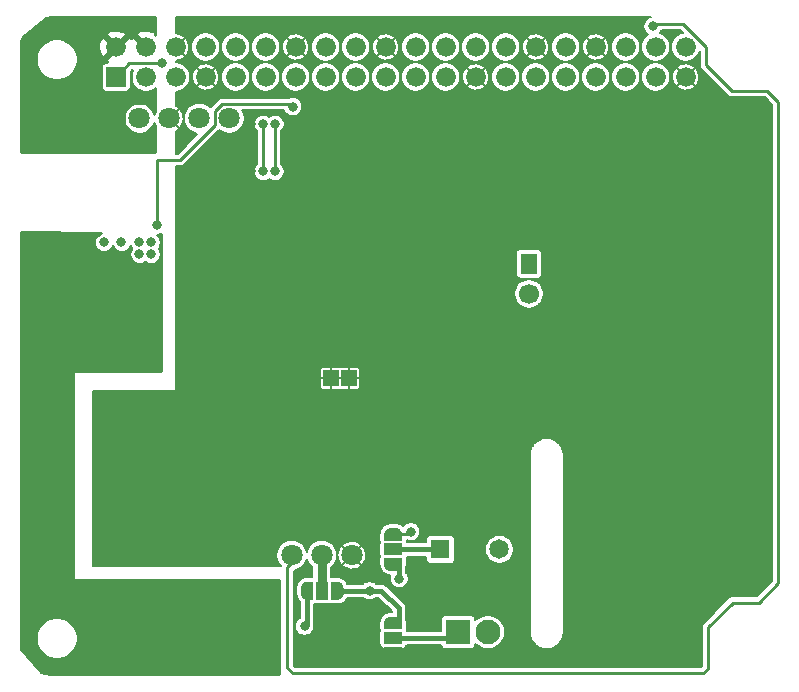
<source format=gbl>
G04 #@! TF.GenerationSoftware,KiCad,Pcbnew,(5.1.2-1)-1*
G04 #@! TF.CreationDate,2019-07-25T00:26:34-07:00*
G04 #@! TF.ProjectId,first_design,66697273-745f-4646-9573-69676e2e6b69,rev?*
G04 #@! TF.SameCoordinates,Original*
G04 #@! TF.FileFunction,Copper,L2,Bot*
G04 #@! TF.FilePolarity,Positive*
%FSLAX46Y46*%
G04 Gerber Fmt 4.6, Leading zero omitted, Abs format (unit mm)*
G04 Created by KiCad (PCBNEW (5.1.2-1)-1) date 2019-07-25 00:26:34*
%MOMM*%
%LPD*%
G04 APERTURE LIST*
%ADD10R,1.430000X1.700000*%
%ADD11C,1.700000*%
%ADD12R,1.324000X1.324000*%
%ADD13R,1.500000X1.000000*%
%ADD14C,0.500000*%
%ADD15C,0.100000*%
%ADD16R,1.676400X1.676400*%
%ADD17C,1.676400*%
%ADD18R,1.000000X1.500000*%
%ADD19R,2.100000X2.100000*%
%ADD20C,2.100000*%
%ADD21R,1.650000X1.650000*%
%ADD22C,1.650000*%
%ADD23C,1.800000*%
%ADD24C,0.800000*%
%ADD25C,0.400000*%
%ADD26C,0.250000*%
%ADD27C,0.783000*%
%ADD28C,0.254000*%
%ADD29C,0.200000*%
G04 APERTURE END LIST*
D10*
X43500000Y35170000D03*
D11*
X43500000Y32630000D03*
D12*
X26738000Y25500000D03*
X28262000Y25500000D03*
D13*
X32000000Y3500000D03*
D14*
X32000000Y4800000D03*
D15*
G36*
X31250602Y4800000D02*
G01*
X31250602Y4824534D01*
X31255412Y4873365D01*
X31264984Y4921490D01*
X31279228Y4968445D01*
X31298005Y5013778D01*
X31321136Y5057051D01*
X31348396Y5097850D01*
X31379524Y5135779D01*
X31414221Y5170476D01*
X31452150Y5201604D01*
X31492949Y5228864D01*
X31536222Y5251995D01*
X31581555Y5270772D01*
X31628510Y5285016D01*
X31676635Y5294588D01*
X31725466Y5299398D01*
X31750000Y5299398D01*
X31750000Y5300000D01*
X32250000Y5300000D01*
X32250000Y5299398D01*
X32274534Y5299398D01*
X32323365Y5294588D01*
X32371490Y5285016D01*
X32418445Y5270772D01*
X32463778Y5251995D01*
X32507051Y5228864D01*
X32547850Y5201604D01*
X32585779Y5170476D01*
X32620476Y5135779D01*
X32651604Y5097850D01*
X32678864Y5057051D01*
X32701995Y5013778D01*
X32720772Y4968445D01*
X32735016Y4921490D01*
X32744588Y4873365D01*
X32749398Y4824534D01*
X32749398Y4800000D01*
X32750000Y4800000D01*
X32750000Y4250000D01*
X31250000Y4250000D01*
X31250000Y4800000D01*
X31250602Y4800000D01*
X31250602Y4800000D01*
G37*
D14*
X32000000Y2200000D03*
D15*
G36*
X32750000Y2750000D02*
G01*
X32750000Y2200000D01*
X32749398Y2200000D01*
X32749398Y2175466D01*
X32744588Y2126635D01*
X32735016Y2078510D01*
X32720772Y2031555D01*
X32701995Y1986222D01*
X32678864Y1942949D01*
X32651604Y1902150D01*
X32620476Y1864221D01*
X32585779Y1829524D01*
X32547850Y1798396D01*
X32507051Y1771136D01*
X32463778Y1748005D01*
X32418445Y1729228D01*
X32371490Y1714984D01*
X32323365Y1705412D01*
X32274534Y1700602D01*
X32250000Y1700602D01*
X32250000Y1700000D01*
X31750000Y1700000D01*
X31750000Y1700602D01*
X31725466Y1700602D01*
X31676635Y1705412D01*
X31628510Y1714984D01*
X31581555Y1729228D01*
X31536222Y1748005D01*
X31492949Y1771136D01*
X31452150Y1798396D01*
X31414221Y1829524D01*
X31379524Y1864221D01*
X31348396Y1902150D01*
X31321136Y1942949D01*
X31298005Y1986222D01*
X31279228Y2031555D01*
X31264984Y2078510D01*
X31255412Y2126635D01*
X31250602Y2175466D01*
X31250602Y2200000D01*
X31250000Y2200000D01*
X31250000Y2750000D01*
X32750000Y2750000D01*
X32750000Y2750000D01*
G37*
D16*
X8500000Y51000000D03*
D17*
X8500000Y53540000D03*
X11040000Y51000000D03*
X11040000Y53540000D03*
X13580000Y51000000D03*
X13580000Y53540000D03*
X16120000Y51000000D03*
X16120000Y53540000D03*
X18660000Y51000000D03*
X18660000Y53540000D03*
X21200000Y51000000D03*
X21200000Y53540000D03*
X23740000Y51000000D03*
X23740000Y53540000D03*
X26280000Y51000000D03*
X26280000Y53540000D03*
X28820000Y51000000D03*
X28820000Y53540000D03*
X31360000Y51000000D03*
X31360000Y53540000D03*
X33900000Y51000000D03*
X33900000Y53540000D03*
X36440000Y51000000D03*
X36440000Y53540000D03*
X38980000Y51000000D03*
X38980000Y53540000D03*
X41520000Y51000000D03*
X41520000Y53540000D03*
X44060000Y51000000D03*
X44060000Y53540000D03*
X46600000Y51000000D03*
X46600000Y53540000D03*
X49140000Y51000000D03*
X49140000Y53540000D03*
X51680000Y51000000D03*
X51680000Y53540000D03*
X54220000Y51000000D03*
X54220000Y53540000D03*
X56760000Y51000000D03*
X56760000Y53540000D03*
D18*
X26000000Y7500000D03*
D14*
X27300000Y7500000D03*
D15*
G36*
X27300000Y8249398D02*
G01*
X27324534Y8249398D01*
X27373365Y8244588D01*
X27421490Y8235016D01*
X27468445Y8220772D01*
X27513778Y8201995D01*
X27557051Y8178864D01*
X27597850Y8151604D01*
X27635779Y8120476D01*
X27670476Y8085779D01*
X27701604Y8047850D01*
X27728864Y8007051D01*
X27751995Y7963778D01*
X27770772Y7918445D01*
X27785016Y7871490D01*
X27794588Y7823365D01*
X27799398Y7774534D01*
X27799398Y7750000D01*
X27800000Y7750000D01*
X27800000Y7250000D01*
X27799398Y7250000D01*
X27799398Y7225466D01*
X27794588Y7176635D01*
X27785016Y7128510D01*
X27770772Y7081555D01*
X27751995Y7036222D01*
X27728864Y6992949D01*
X27701604Y6952150D01*
X27670476Y6914221D01*
X27635779Y6879524D01*
X27597850Y6848396D01*
X27557051Y6821136D01*
X27513778Y6798005D01*
X27468445Y6779228D01*
X27421490Y6764984D01*
X27373365Y6755412D01*
X27324534Y6750602D01*
X27300000Y6750602D01*
X27300000Y6750000D01*
X26750000Y6750000D01*
X26750000Y8250000D01*
X27300000Y8250000D01*
X27300000Y8249398D01*
X27300000Y8249398D01*
G37*
D14*
X24700000Y7500000D03*
D15*
G36*
X25250000Y6750000D02*
G01*
X24700000Y6750000D01*
X24700000Y6750602D01*
X24675466Y6750602D01*
X24626635Y6755412D01*
X24578510Y6764984D01*
X24531555Y6779228D01*
X24486222Y6798005D01*
X24442949Y6821136D01*
X24402150Y6848396D01*
X24364221Y6879524D01*
X24329524Y6914221D01*
X24298396Y6952150D01*
X24271136Y6992949D01*
X24248005Y7036222D01*
X24229228Y7081555D01*
X24214984Y7128510D01*
X24205412Y7176635D01*
X24200602Y7225466D01*
X24200602Y7250000D01*
X24200000Y7250000D01*
X24200000Y7750000D01*
X24200602Y7750000D01*
X24200602Y7774534D01*
X24205412Y7823365D01*
X24214984Y7871490D01*
X24229228Y7918445D01*
X24248005Y7963778D01*
X24271136Y8007051D01*
X24298396Y8047850D01*
X24329524Y8085779D01*
X24364221Y8120476D01*
X24402150Y8151604D01*
X24442949Y8178864D01*
X24486222Y8201995D01*
X24531555Y8220772D01*
X24578510Y8235016D01*
X24626635Y8244588D01*
X24675466Y8249398D01*
X24700000Y8249398D01*
X24700000Y8250000D01*
X25250000Y8250000D01*
X25250000Y6750000D01*
X25250000Y6750000D01*
G37*
D13*
X32000000Y11000000D03*
D14*
X32000000Y9700000D03*
D15*
G36*
X32749398Y9700000D02*
G01*
X32749398Y9675466D01*
X32744588Y9626635D01*
X32735016Y9578510D01*
X32720772Y9531555D01*
X32701995Y9486222D01*
X32678864Y9442949D01*
X32651604Y9402150D01*
X32620476Y9364221D01*
X32585779Y9329524D01*
X32547850Y9298396D01*
X32507051Y9271136D01*
X32463778Y9248005D01*
X32418445Y9229228D01*
X32371490Y9214984D01*
X32323365Y9205412D01*
X32274534Y9200602D01*
X32250000Y9200602D01*
X32250000Y9200000D01*
X31750000Y9200000D01*
X31750000Y9200602D01*
X31725466Y9200602D01*
X31676635Y9205412D01*
X31628510Y9214984D01*
X31581555Y9229228D01*
X31536222Y9248005D01*
X31492949Y9271136D01*
X31452150Y9298396D01*
X31414221Y9329524D01*
X31379524Y9364221D01*
X31348396Y9402150D01*
X31321136Y9442949D01*
X31298005Y9486222D01*
X31279228Y9531555D01*
X31264984Y9578510D01*
X31255412Y9626635D01*
X31250602Y9675466D01*
X31250602Y9700000D01*
X31250000Y9700000D01*
X31250000Y10250000D01*
X32750000Y10250000D01*
X32750000Y9700000D01*
X32749398Y9700000D01*
X32749398Y9700000D01*
G37*
D14*
X32000000Y12300000D03*
D15*
G36*
X31250000Y11750000D02*
G01*
X31250000Y12300000D01*
X31250602Y12300000D01*
X31250602Y12324534D01*
X31255412Y12373365D01*
X31264984Y12421490D01*
X31279228Y12468445D01*
X31298005Y12513778D01*
X31321136Y12557051D01*
X31348396Y12597850D01*
X31379524Y12635779D01*
X31414221Y12670476D01*
X31452150Y12701604D01*
X31492949Y12728864D01*
X31536222Y12751995D01*
X31581555Y12770772D01*
X31628510Y12785016D01*
X31676635Y12794588D01*
X31725466Y12799398D01*
X31750000Y12799398D01*
X31750000Y12800000D01*
X32250000Y12800000D01*
X32250000Y12799398D01*
X32274534Y12799398D01*
X32323365Y12794588D01*
X32371490Y12785016D01*
X32418445Y12770772D01*
X32463778Y12751995D01*
X32507051Y12728864D01*
X32547850Y12701604D01*
X32585779Y12670476D01*
X32620476Y12635779D01*
X32651604Y12597850D01*
X32678864Y12557051D01*
X32701995Y12513778D01*
X32720772Y12468445D01*
X32735016Y12421490D01*
X32744588Y12373365D01*
X32749398Y12324534D01*
X32749398Y12300000D01*
X32750000Y12300000D01*
X32750000Y11750000D01*
X31250000Y11750000D01*
X31250000Y11750000D01*
G37*
D19*
X37500000Y4000000D03*
D20*
X40040000Y4000000D03*
D21*
X36000000Y11000000D03*
D22*
X41000000Y11000000D03*
D23*
X23420000Y10500000D03*
X28500000Y10500000D03*
X25960000Y10500000D03*
X18120000Y47500000D03*
X15580000Y47500000D03*
X13040000Y47500000D03*
X10500000Y47500000D03*
D24*
X15000000Y43000000D03*
X7000000Y16500000D03*
X7000000Y15000000D03*
X7000000Y13500000D03*
X7000000Y12000000D03*
X8500000Y12000000D03*
X8500000Y13500000D03*
X8500000Y15000000D03*
X8500000Y16500000D03*
X10000000Y16500000D03*
X10000000Y13500000D03*
X10000000Y12000000D03*
X20000000Y31000000D03*
X18000000Y31000000D03*
X16000000Y31000000D03*
X14000000Y31000000D03*
X17000000Y31000000D03*
X19000000Y31000000D03*
X15000000Y31000000D03*
X18000000Y43000000D03*
X17000000Y43000000D03*
X20000000Y43000000D03*
X20000000Y47000000D03*
X19000000Y43000000D03*
X16000000Y43000000D03*
X14000000Y43000000D03*
X24000000Y18000000D03*
X19500000Y23615154D03*
X37000000Y24000000D03*
X36000000Y24000000D03*
X35000000Y24000000D03*
X34000000Y24000000D03*
X33000000Y24000000D03*
X32000000Y24000000D03*
X31000000Y24000000D03*
X31000000Y23000000D03*
X32000000Y23000000D03*
X33000000Y23000000D03*
X34000000Y23000000D03*
X35000000Y23000000D03*
X36000000Y23000000D03*
X37000000Y23000000D03*
X22000000Y24000000D03*
X23000000Y24000000D03*
X24000000Y24000000D03*
X24000000Y23000000D03*
X23000000Y23000000D03*
X22000000Y23000000D03*
X16495142Y34995142D03*
X63000000Y22500000D03*
X8000000Y45000000D03*
X9000000Y45000000D03*
X10000000Y45000000D03*
X11000000Y45000000D03*
X30000000Y7500000D03*
X11500000Y37000000D03*
X10500000Y37000000D03*
X10500000Y36000000D03*
X11500000Y36000000D03*
X7500000Y37000000D03*
X9000000Y37000000D03*
X9000000Y29000000D03*
X10000000Y29000000D03*
X11000000Y27500000D03*
X10000000Y27500000D03*
X9000000Y27500000D03*
X11000000Y29000000D03*
X24500000Y4500000D03*
X21000000Y43000000D03*
X21000000Y47000000D03*
X12012653Y38487347D03*
X23500000Y48500000D03*
X22000000Y43000000D03*
X22000000Y47000000D03*
X54000000Y55275000D03*
X32500000Y8500000D03*
X33500000Y12500000D03*
X12444440Y52163201D03*
X20786000Y6786000D03*
X12000000Y29000000D03*
X12000000Y27500000D03*
X22000000Y2000000D03*
D25*
X30500000Y7500000D02*
X30000000Y7500000D01*
X27300000Y7500000D02*
X30500000Y7500000D01*
X31000000Y7500000D02*
X30500000Y7500000D01*
X32500000Y6000000D02*
X31000000Y7500000D01*
X32500000Y4800000D02*
X32500000Y6000000D01*
X24700000Y7500000D02*
X24700000Y4700000D01*
X24700000Y4700000D02*
X24500000Y4500000D01*
D26*
X21000000Y43000000D02*
X21000000Y47000000D01*
X12012653Y38487347D02*
X12012653Y43987347D01*
X12012653Y43987347D02*
X12012653Y43987347D01*
X17531999Y48725001D02*
X23274999Y48725001D01*
X16894999Y48088001D02*
X17531999Y48725001D01*
X16894999Y46911999D02*
X16894999Y48088001D01*
X13970347Y43987347D02*
X16894999Y46911999D01*
X12012653Y43987347D02*
X13970347Y43987347D01*
X23274999Y48725001D02*
X23500000Y48500000D01*
X22000000Y43000000D02*
X22000000Y47000000D01*
X54000000Y55500000D02*
X54000000Y55275000D01*
X58500000Y52000000D02*
X58500000Y53521538D01*
X63663201Y49836799D02*
X60663201Y49836799D01*
X64616053Y48883947D02*
X63663201Y49836799D01*
X64616053Y8116053D02*
X64616053Y48883947D01*
X56521538Y55500000D02*
X54000000Y55500000D01*
X63000000Y6500000D02*
X64616053Y8116053D01*
X60758027Y6500000D02*
X63000000Y6500000D01*
X58648982Y4390955D02*
X60758027Y6500000D01*
X58648982Y901016D02*
X58648982Y4390955D01*
X58247966Y500000D02*
X58648982Y901016D01*
X58500000Y53521538D02*
X56521538Y55500000D01*
X60663201Y49836799D02*
X58500000Y52000000D01*
X23500000Y500000D02*
X58247966Y500000D01*
X23420000Y10500000D02*
X23420000Y9920000D01*
X23420000Y9920000D02*
X23000000Y9500000D01*
X23000000Y1000000D02*
X23500000Y500000D01*
X23000000Y9500000D02*
X23000000Y1000000D01*
D27*
X25960000Y7540000D02*
X26000000Y7500000D01*
X25960000Y10500000D02*
X25960000Y7540000D01*
D25*
X32500000Y9700000D02*
X32500000Y8500000D01*
X32000000Y3500000D02*
X37500000Y3500000D01*
D26*
X33347592Y12300000D02*
X32500000Y12300000D01*
X33547592Y12500000D02*
X33347592Y12300000D01*
X33500000Y12500000D02*
X33547592Y12500000D01*
X8500000Y51000000D02*
X8504989Y51000000D01*
X8504989Y51000000D02*
X9663201Y52158212D01*
X10481663Y52163201D02*
X12262124Y52163201D01*
X10476674Y52158212D02*
X10481663Y52163201D01*
X9663201Y52158212D02*
X10476674Y52158212D01*
X12262124Y52163201D02*
X12444440Y52163201D01*
D25*
X32000000Y11000000D02*
X36000000Y11000000D01*
D28*
G36*
X11873000Y54583946D02*
G01*
X11804162Y54807844D01*
X11542135Y54932563D01*
X11260811Y55003768D01*
X10971001Y55018719D01*
X10683843Y54976845D01*
X10410372Y54879754D01*
X10275838Y54807844D01*
X10199630Y54559975D01*
X11040000Y53719605D01*
X11054143Y53733748D01*
X11233748Y53554143D01*
X11219605Y53540000D01*
X11233748Y53525858D01*
X11054143Y53346253D01*
X11040000Y53360395D01*
X11025858Y53346253D01*
X10846253Y53525858D01*
X10860395Y53540000D01*
X10020025Y54380370D01*
X9772156Y54304162D01*
X9770125Y54299895D01*
X9767844Y54304162D01*
X9519975Y54380370D01*
X8679605Y53540000D01*
X8693748Y53525858D01*
X8514143Y53346253D01*
X8500000Y53360395D01*
X7659630Y52520025D01*
X7735838Y52272156D01*
X7746112Y52267266D01*
X7661800Y52267266D01*
X7578093Y52259022D01*
X7497604Y52234605D01*
X7423424Y52194955D01*
X7358405Y52141595D01*
X7305045Y52076576D01*
X7265395Y52002396D01*
X7240978Y51921907D01*
X7232734Y51838200D01*
X7232734Y50161800D01*
X7240978Y50078093D01*
X7265395Y49997604D01*
X7305045Y49923424D01*
X7358405Y49858405D01*
X7423424Y49805045D01*
X7497604Y49765395D01*
X7578093Y49740978D01*
X7661800Y49732734D01*
X9338200Y49732734D01*
X9421907Y49740978D01*
X9502396Y49765395D01*
X9576576Y49805045D01*
X9641595Y49858405D01*
X9694955Y49923424D01*
X9734605Y49997604D01*
X9759022Y50078093D01*
X9767266Y50161800D01*
X9767266Y51481632D01*
X9891847Y51606212D01*
X9923414Y51606212D01*
X9918794Y51599297D01*
X9823421Y51369045D01*
X9774800Y51124611D01*
X9774800Y50875389D01*
X9823421Y50630955D01*
X9918794Y50400703D01*
X10057255Y50193482D01*
X10233482Y50017255D01*
X10440703Y49878794D01*
X10670955Y49783421D01*
X10915389Y49734800D01*
X11164611Y49734800D01*
X11409045Y49783421D01*
X11639297Y49878794D01*
X11846518Y50017255D01*
X11873000Y50043737D01*
X11873000Y48141998D01*
X11864028Y48128570D01*
X11770000Y47901567D01*
X11675972Y48128570D01*
X11530748Y48345913D01*
X11345913Y48530748D01*
X11128570Y48675972D01*
X10887072Y48776004D01*
X10630698Y48827000D01*
X10369302Y48827000D01*
X10112928Y48776004D01*
X9871430Y48675972D01*
X9654087Y48530748D01*
X9469252Y48345913D01*
X9324028Y48128570D01*
X9223996Y47887072D01*
X9173000Y47630698D01*
X9173000Y47369302D01*
X9223996Y47112928D01*
X9324028Y46871430D01*
X9469252Y46654087D01*
X9654087Y46469252D01*
X9871430Y46324028D01*
X10112928Y46223996D01*
X10369302Y46173000D01*
X10630698Y46173000D01*
X10887072Y46223996D01*
X11128570Y46324028D01*
X11345913Y46469252D01*
X11530748Y46654087D01*
X11675972Y46871430D01*
X11770000Y47098433D01*
X11864028Y46871430D01*
X11873000Y46858002D01*
X11873000Y44627000D01*
X452000Y44627000D01*
X452000Y52675019D01*
X1723000Y52675019D01*
X1723000Y52324981D01*
X1791289Y51981668D01*
X1925243Y51658275D01*
X2119714Y51367229D01*
X2367229Y51119714D01*
X2658275Y50925243D01*
X2981668Y50791289D01*
X3324981Y50723000D01*
X3675019Y50723000D01*
X4018332Y50791289D01*
X4341725Y50925243D01*
X4632771Y51119714D01*
X4880286Y51367229D01*
X5074757Y51658275D01*
X5208711Y51981668D01*
X5277000Y52324981D01*
X5277000Y52675019D01*
X5208711Y53018332D01*
X5074757Y53341725D01*
X4988378Y53471001D01*
X7021281Y53471001D01*
X7063155Y53183843D01*
X7160246Y52910372D01*
X7232156Y52775838D01*
X7480025Y52699630D01*
X8320395Y53540000D01*
X7480025Y54380370D01*
X7232156Y54304162D01*
X7107437Y54042135D01*
X7036232Y53760811D01*
X7021281Y53471001D01*
X4988378Y53471001D01*
X4880286Y53632771D01*
X4632771Y53880286D01*
X4341725Y54074757D01*
X4018332Y54208711D01*
X3675019Y54277000D01*
X3324981Y54277000D01*
X2981668Y54208711D01*
X2658275Y54074757D01*
X2367229Y53880286D01*
X2119714Y53632771D01*
X1925243Y53341725D01*
X1791289Y53018332D01*
X1723000Y52675019D01*
X452000Y52675019D01*
X452000Y53477891D01*
X502654Y53994492D01*
X607166Y54340656D01*
X870348Y54559975D01*
X7659630Y54559975D01*
X8500000Y53719605D01*
X9340370Y54559975D01*
X9264162Y54807844D01*
X9002135Y54932563D01*
X8720811Y55003768D01*
X8431001Y55018719D01*
X8143843Y54976845D01*
X7870372Y54879754D01*
X7735838Y54807844D01*
X7659630Y54559975D01*
X870348Y54559975D01*
X2605832Y56006210D01*
X3003439Y56048000D01*
X11873000Y56048000D01*
X11873000Y54583946D01*
X11873000Y54583946D01*
G37*
X11873000Y54583946D02*
X11804162Y54807844D01*
X11542135Y54932563D01*
X11260811Y55003768D01*
X10971001Y55018719D01*
X10683843Y54976845D01*
X10410372Y54879754D01*
X10275838Y54807844D01*
X10199630Y54559975D01*
X11040000Y53719605D01*
X11054143Y53733748D01*
X11233748Y53554143D01*
X11219605Y53540000D01*
X11233748Y53525858D01*
X11054143Y53346253D01*
X11040000Y53360395D01*
X11025858Y53346253D01*
X10846253Y53525858D01*
X10860395Y53540000D01*
X10020025Y54380370D01*
X9772156Y54304162D01*
X9770125Y54299895D01*
X9767844Y54304162D01*
X9519975Y54380370D01*
X8679605Y53540000D01*
X8693748Y53525858D01*
X8514143Y53346253D01*
X8500000Y53360395D01*
X7659630Y52520025D01*
X7735838Y52272156D01*
X7746112Y52267266D01*
X7661800Y52267266D01*
X7578093Y52259022D01*
X7497604Y52234605D01*
X7423424Y52194955D01*
X7358405Y52141595D01*
X7305045Y52076576D01*
X7265395Y52002396D01*
X7240978Y51921907D01*
X7232734Y51838200D01*
X7232734Y50161800D01*
X7240978Y50078093D01*
X7265395Y49997604D01*
X7305045Y49923424D01*
X7358405Y49858405D01*
X7423424Y49805045D01*
X7497604Y49765395D01*
X7578093Y49740978D01*
X7661800Y49732734D01*
X9338200Y49732734D01*
X9421907Y49740978D01*
X9502396Y49765395D01*
X9576576Y49805045D01*
X9641595Y49858405D01*
X9694955Y49923424D01*
X9734605Y49997604D01*
X9759022Y50078093D01*
X9767266Y50161800D01*
X9767266Y51481632D01*
X9891847Y51606212D01*
X9923414Y51606212D01*
X9918794Y51599297D01*
X9823421Y51369045D01*
X9774800Y51124611D01*
X9774800Y50875389D01*
X9823421Y50630955D01*
X9918794Y50400703D01*
X10057255Y50193482D01*
X10233482Y50017255D01*
X10440703Y49878794D01*
X10670955Y49783421D01*
X10915389Y49734800D01*
X11164611Y49734800D01*
X11409045Y49783421D01*
X11639297Y49878794D01*
X11846518Y50017255D01*
X11873000Y50043737D01*
X11873000Y48141998D01*
X11864028Y48128570D01*
X11770000Y47901567D01*
X11675972Y48128570D01*
X11530748Y48345913D01*
X11345913Y48530748D01*
X11128570Y48675972D01*
X10887072Y48776004D01*
X10630698Y48827000D01*
X10369302Y48827000D01*
X10112928Y48776004D01*
X9871430Y48675972D01*
X9654087Y48530748D01*
X9469252Y48345913D01*
X9324028Y48128570D01*
X9223996Y47887072D01*
X9173000Y47630698D01*
X9173000Y47369302D01*
X9223996Y47112928D01*
X9324028Y46871430D01*
X9469252Y46654087D01*
X9654087Y46469252D01*
X9871430Y46324028D01*
X10112928Y46223996D01*
X10369302Y46173000D01*
X10630698Y46173000D01*
X10887072Y46223996D01*
X11128570Y46324028D01*
X11345913Y46469252D01*
X11530748Y46654087D01*
X11675972Y46871430D01*
X11770000Y47098433D01*
X11864028Y46871430D01*
X11873000Y46858002D01*
X11873000Y44627000D01*
X452000Y44627000D01*
X452000Y52675019D01*
X1723000Y52675019D01*
X1723000Y52324981D01*
X1791289Y51981668D01*
X1925243Y51658275D01*
X2119714Y51367229D01*
X2367229Y51119714D01*
X2658275Y50925243D01*
X2981668Y50791289D01*
X3324981Y50723000D01*
X3675019Y50723000D01*
X4018332Y50791289D01*
X4341725Y50925243D01*
X4632771Y51119714D01*
X4880286Y51367229D01*
X5074757Y51658275D01*
X5208711Y51981668D01*
X5277000Y52324981D01*
X5277000Y52675019D01*
X5208711Y53018332D01*
X5074757Y53341725D01*
X4988378Y53471001D01*
X7021281Y53471001D01*
X7063155Y53183843D01*
X7160246Y52910372D01*
X7232156Y52775838D01*
X7480025Y52699630D01*
X8320395Y53540000D01*
X7480025Y54380370D01*
X7232156Y54304162D01*
X7107437Y54042135D01*
X7036232Y53760811D01*
X7021281Y53471001D01*
X4988378Y53471001D01*
X4880286Y53632771D01*
X4632771Y53880286D01*
X4341725Y54074757D01*
X4018332Y54208711D01*
X3675019Y54277000D01*
X3324981Y54277000D01*
X2981668Y54208711D01*
X2658275Y54074757D01*
X2367229Y53880286D01*
X2119714Y53632771D01*
X1925243Y53341725D01*
X1791289Y53018332D01*
X1723000Y52675019D01*
X452000Y52675019D01*
X452000Y53477891D01*
X502654Y53994492D01*
X607166Y54340656D01*
X870348Y54559975D01*
X7659630Y54559975D01*
X8500000Y53719605D01*
X9340370Y54559975D01*
X9264162Y54807844D01*
X9002135Y54932563D01*
X8720811Y55003768D01*
X8431001Y55018719D01*
X8143843Y54976845D01*
X7870372Y54879754D01*
X7735838Y54807844D01*
X7659630Y54559975D01*
X870348Y54559975D01*
X2605832Y56006210D01*
X3003439Y56048000D01*
X11873000Y56048000D01*
X11873000Y54583946D01*
D29*
G36*
X53764315Y56051949D02*
G01*
X53617268Y55991041D01*
X53484930Y55902615D01*
X53372385Y55790070D01*
X53283959Y55657732D01*
X53223051Y55510685D01*
X53192000Y55354581D01*
X53192000Y55195419D01*
X53223051Y55039315D01*
X53283959Y54892268D01*
X53372385Y54759930D01*
X53484930Y54647385D01*
X53559574Y54597509D01*
X53425594Y54507987D01*
X53252013Y54334406D01*
X53115632Y54130297D01*
X53021691Y53903503D01*
X52973800Y53662740D01*
X52973800Y53417260D01*
X53021691Y53176497D01*
X53115632Y52949703D01*
X53252013Y52745594D01*
X53425594Y52572013D01*
X53629703Y52435632D01*
X53856497Y52341691D01*
X54097260Y52293800D01*
X54342740Y52293800D01*
X54583503Y52341691D01*
X54810297Y52435632D01*
X55014406Y52572013D01*
X55187987Y52745594D01*
X55324368Y52949703D01*
X55418309Y53176497D01*
X55466200Y53417260D01*
X55466200Y53662740D01*
X55418309Y53903503D01*
X55324368Y54130297D01*
X55187987Y54334406D01*
X55014406Y54507987D01*
X54810297Y54644368D01*
X54599407Y54731722D01*
X54627615Y54759930D01*
X54716041Y54892268D01*
X54746996Y54967000D01*
X56300763Y54967000D01*
X56507395Y54760368D01*
X56396497Y54738309D01*
X56169703Y54644368D01*
X55965594Y54507987D01*
X55792013Y54334406D01*
X55655632Y54130297D01*
X55561691Y53903503D01*
X55513800Y53662740D01*
X55513800Y53417260D01*
X55561691Y53176497D01*
X55655632Y52949703D01*
X55792013Y52745594D01*
X55965594Y52572013D01*
X56169703Y52435632D01*
X56396497Y52341691D01*
X56637260Y52293800D01*
X56882740Y52293800D01*
X57123503Y52341691D01*
X57350297Y52435632D01*
X57554406Y52572013D01*
X57727987Y52745594D01*
X57864368Y52949703D01*
X57958309Y53176497D01*
X57967001Y53220193D01*
X57967000Y52026175D01*
X57964422Y52000000D01*
X57967000Y51973826D01*
X57974713Y51895515D01*
X58005190Y51795044D01*
X58054683Y51702449D01*
X58121289Y51621289D01*
X58141626Y51604599D01*
X60267804Y49478420D01*
X60284490Y49458088D01*
X60365650Y49391482D01*
X60458244Y49341989D01*
X60558715Y49311512D01*
X60637026Y49303799D01*
X60637028Y49303799D01*
X60663200Y49301221D01*
X60689373Y49303799D01*
X63442426Y49303799D01*
X64083054Y48663170D01*
X64083053Y8336829D01*
X62779225Y7033000D01*
X60784199Y7033000D01*
X60758026Y7035578D01*
X60731854Y7033000D01*
X60731852Y7033000D01*
X60653541Y7025287D01*
X60553070Y6994810D01*
X60460476Y6945317D01*
X60379316Y6878711D01*
X60362630Y6858379D01*
X58290604Y4786352D01*
X58270272Y4769666D01*
X58253586Y4749334D01*
X58203666Y4688506D01*
X58154173Y4595912D01*
X58123695Y4495441D01*
X58113404Y4390955D01*
X58115983Y4364770D01*
X58115982Y1121792D01*
X58027191Y1033000D01*
X23720776Y1033000D01*
X23600000Y1153775D01*
X23600000Y9202179D01*
X23801530Y9242266D01*
X24039570Y9340865D01*
X24253801Y9484010D01*
X24435990Y9666199D01*
X24579135Y9880430D01*
X24677734Y10118470D01*
X24690000Y10180135D01*
X24702266Y10118470D01*
X24800865Y9880430D01*
X24944010Y9666199D01*
X25126199Y9484010D01*
X25160500Y9461090D01*
X25160501Y8659974D01*
X24700000Y8659974D01*
X24675553Y8657566D01*
X24650991Y8657566D01*
X24571009Y8649688D01*
X24474876Y8630566D01*
X24397970Y8607237D01*
X24307414Y8569728D01*
X24236532Y8531842D01*
X24155033Y8477386D01*
X24092908Y8426400D01*
X24023600Y8357092D01*
X23972614Y8294967D01*
X23918158Y8213468D01*
X23880272Y8142586D01*
X23842763Y8052030D01*
X23819434Y7975124D01*
X23800312Y7878991D01*
X23792434Y7799009D01*
X23792434Y7774447D01*
X23790026Y7750000D01*
X23790026Y7250000D01*
X23792434Y7225553D01*
X23792434Y7200991D01*
X23800312Y7121009D01*
X23819434Y7024876D01*
X23842763Y6947970D01*
X23880272Y6857414D01*
X23918158Y6786532D01*
X23972614Y6705033D01*
X24023600Y6642908D01*
X24092000Y6574508D01*
X24092001Y5199158D01*
X23984930Y5127615D01*
X23872385Y5015070D01*
X23783959Y4882732D01*
X23723051Y4735685D01*
X23692000Y4579581D01*
X23692000Y4420419D01*
X23723051Y4264315D01*
X23783959Y4117268D01*
X23872385Y3984930D01*
X23984930Y3872385D01*
X24117268Y3783959D01*
X24264315Y3723051D01*
X24420419Y3692000D01*
X24579581Y3692000D01*
X24735685Y3723051D01*
X24882732Y3783959D01*
X25015070Y3872385D01*
X25127615Y3984930D01*
X25216041Y4117268D01*
X25276949Y4264315D01*
X25308000Y4420419D01*
X25308000Y4579581D01*
X25302035Y4609571D01*
X25308000Y4670139D01*
X25310941Y4700000D01*
X25308000Y4729860D01*
X25308000Y6345739D01*
X25329982Y6347904D01*
X25375000Y6361560D01*
X25420018Y6347904D01*
X25500000Y6340026D01*
X26500000Y6340026D01*
X26579982Y6347904D01*
X26625000Y6361560D01*
X26670018Y6347904D01*
X26750000Y6340026D01*
X27300000Y6340026D01*
X27324447Y6342434D01*
X27349009Y6342434D01*
X27428991Y6350312D01*
X27525124Y6369434D01*
X27602030Y6392763D01*
X27692586Y6430272D01*
X27763468Y6468158D01*
X27844967Y6522614D01*
X27907092Y6573600D01*
X27976400Y6642908D01*
X28027386Y6705033D01*
X28081842Y6786532D01*
X28119728Y6857414D01*
X28134054Y6892000D01*
X29465315Y6892000D01*
X29484930Y6872385D01*
X29617268Y6783959D01*
X29764315Y6723051D01*
X29920419Y6692000D01*
X30079581Y6692000D01*
X30235685Y6723051D01*
X30382732Y6783959D01*
X30515070Y6872385D01*
X30534685Y6892000D01*
X30748159Y6892000D01*
X31892001Y5748157D01*
X31892001Y5709974D01*
X31750000Y5709974D01*
X31725553Y5707566D01*
X31700991Y5707566D01*
X31621009Y5699688D01*
X31524876Y5680566D01*
X31447970Y5657237D01*
X31357414Y5619728D01*
X31286532Y5581842D01*
X31205033Y5527386D01*
X31142908Y5476400D01*
X31073600Y5407092D01*
X31022614Y5344967D01*
X30968158Y5263468D01*
X30930272Y5192586D01*
X30892763Y5102030D01*
X30869434Y5025124D01*
X30850312Y4928991D01*
X30842434Y4849009D01*
X30842434Y4824447D01*
X30840026Y4800000D01*
X30840026Y4250000D01*
X30847904Y4170018D01*
X30861560Y4125000D01*
X30847904Y4079982D01*
X30840026Y4000000D01*
X30840026Y3000000D01*
X30847904Y2920018D01*
X30871233Y2843110D01*
X30909119Y2772231D01*
X30960105Y2710105D01*
X31022231Y2659119D01*
X31093110Y2621233D01*
X31170018Y2597904D01*
X31250000Y2590026D01*
X32750000Y2590026D01*
X32829982Y2597904D01*
X32906890Y2621233D01*
X32977769Y2659119D01*
X33039895Y2710105D01*
X33090881Y2772231D01*
X33128767Y2843110D01*
X33143597Y2892000D01*
X36045739Y2892000D01*
X36047904Y2870018D01*
X36071233Y2793110D01*
X36109119Y2722231D01*
X36160105Y2660105D01*
X36222231Y2609119D01*
X36293110Y2571233D01*
X36370018Y2547904D01*
X36450000Y2540026D01*
X38550000Y2540026D01*
X38629982Y2547904D01*
X38706890Y2571233D01*
X38777769Y2609119D01*
X38839895Y2660105D01*
X38890881Y2722231D01*
X38928767Y2793110D01*
X38952096Y2870018D01*
X38959974Y2950000D01*
X38959974Y3018102D01*
X39110579Y2867497D01*
X39349378Y2707937D01*
X39614717Y2598030D01*
X39896399Y2542000D01*
X40183601Y2542000D01*
X40465283Y2598030D01*
X40730622Y2707937D01*
X40969421Y2867497D01*
X41172503Y3070579D01*
X41332063Y3309378D01*
X41441970Y3574717D01*
X41498000Y3856399D01*
X41498000Y4143601D01*
X41441970Y4425283D01*
X41332063Y4690622D01*
X41172503Y4929421D01*
X40969421Y5132503D01*
X40730622Y5292063D01*
X40465283Y5401970D01*
X40183601Y5458000D01*
X39896399Y5458000D01*
X39614717Y5401970D01*
X39349378Y5292063D01*
X39110579Y5132503D01*
X38959974Y4981898D01*
X38959974Y5050000D01*
X38952096Y5129982D01*
X38928767Y5206890D01*
X38890881Y5277769D01*
X38839895Y5339895D01*
X38777769Y5390881D01*
X38706890Y5428767D01*
X38629982Y5452096D01*
X38550000Y5459974D01*
X36450000Y5459974D01*
X36370018Y5452096D01*
X36293110Y5428767D01*
X36222231Y5390881D01*
X36160105Y5339895D01*
X36109119Y5277769D01*
X36071233Y5206890D01*
X36047904Y5129982D01*
X36040026Y5050000D01*
X36040026Y4108000D01*
X33143597Y4108000D01*
X33138440Y4125000D01*
X33152096Y4170018D01*
X33159974Y4250000D01*
X33159974Y4800000D01*
X33157566Y4824447D01*
X33157566Y4849009D01*
X33149688Y4928991D01*
X33130566Y5025124D01*
X33108000Y5099515D01*
X33108000Y5970140D01*
X33110941Y6000001D01*
X33099202Y6119189D01*
X33098565Y6121290D01*
X33064436Y6233797D01*
X33007979Y6339421D01*
X32932001Y6432001D01*
X32908803Y6451039D01*
X31451043Y7908798D01*
X31432001Y7932001D01*
X31339421Y8007979D01*
X31233797Y8064436D01*
X31119189Y8099202D01*
X31029861Y8108000D01*
X31029860Y8108000D01*
X31000000Y8110941D01*
X30970140Y8108000D01*
X30534685Y8108000D01*
X30515070Y8127615D01*
X30382732Y8216041D01*
X30235685Y8276949D01*
X30079581Y8308000D01*
X29920419Y8308000D01*
X29764315Y8276949D01*
X29617268Y8216041D01*
X29484930Y8127615D01*
X29465315Y8108000D01*
X28134054Y8108000D01*
X28119728Y8142586D01*
X28081842Y8213468D01*
X28027386Y8294967D01*
X27976400Y8357092D01*
X27907092Y8426400D01*
X27844967Y8477386D01*
X27763468Y8531842D01*
X27692586Y8569728D01*
X27602030Y8607237D01*
X27525124Y8630566D01*
X27428991Y8649688D01*
X27349009Y8657566D01*
X27324447Y8657566D01*
X27300000Y8659974D01*
X26759500Y8659974D01*
X26759500Y9461091D01*
X26793801Y9484010D01*
X26975990Y9666199D01*
X26994102Y9693306D01*
X27698963Y9693306D01*
X27789760Y9515633D01*
X27995447Y9395986D01*
X28220525Y9318767D01*
X28456342Y9286941D01*
X28693836Y9301733D01*
X28923882Y9362572D01*
X29137638Y9467123D01*
X29210240Y9515633D01*
X29301037Y9693306D01*
X28500000Y10494343D01*
X27698963Y9693306D01*
X26994102Y9693306D01*
X27119135Y9880430D01*
X27217734Y10118470D01*
X27268000Y10371173D01*
X27268000Y10543658D01*
X27286941Y10543658D01*
X27301733Y10306164D01*
X27362572Y10076118D01*
X27467123Y9862362D01*
X27515633Y9789760D01*
X27693306Y9698963D01*
X28494343Y10500000D01*
X28505657Y10500000D01*
X29306694Y9698963D01*
X29484367Y9789760D01*
X29604014Y9995447D01*
X29681233Y10220525D01*
X29713059Y10456342D01*
X29698267Y10693836D01*
X29637428Y10923882D01*
X29532877Y11137638D01*
X29484367Y11210240D01*
X29306694Y11301037D01*
X28505657Y10500000D01*
X28494343Y10500000D01*
X27693306Y11301037D01*
X27515633Y11210240D01*
X27395986Y11004553D01*
X27318767Y10779475D01*
X27286941Y10543658D01*
X27268000Y10543658D01*
X27268000Y10628827D01*
X27217734Y10881530D01*
X27119135Y11119570D01*
X26994103Y11306694D01*
X27698963Y11306694D01*
X28500000Y10505657D01*
X29301037Y11306694D01*
X29210240Y11484367D01*
X29004553Y11604014D01*
X28779475Y11681233D01*
X28543658Y11713059D01*
X28306164Y11698267D01*
X28076118Y11637428D01*
X27862362Y11532877D01*
X27789760Y11484367D01*
X27698963Y11306694D01*
X26994103Y11306694D01*
X26975990Y11333801D01*
X26793801Y11515990D01*
X26579570Y11659135D01*
X26341530Y11757734D01*
X26088827Y11808000D01*
X25831173Y11808000D01*
X25578470Y11757734D01*
X25340430Y11659135D01*
X25126199Y11515990D01*
X24944010Y11333801D01*
X24800865Y11119570D01*
X24702266Y10881530D01*
X24690000Y10819865D01*
X24677734Y10881530D01*
X24579135Y11119570D01*
X24435990Y11333801D01*
X24253801Y11515990D01*
X24039570Y11659135D01*
X23801530Y11757734D01*
X23548827Y11808000D01*
X23291173Y11808000D01*
X23038470Y11757734D01*
X22800430Y11659135D01*
X22586199Y11515990D01*
X22404010Y11333801D01*
X22260865Y11119570D01*
X22162266Y10881530D01*
X22112000Y10628827D01*
X22112000Y10371173D01*
X22162266Y10118470D01*
X22260865Y9880430D01*
X22404010Y9666199D01*
X22470209Y9600000D01*
X6600000Y9600000D01*
X6600000Y12300000D01*
X30840026Y12300000D01*
X30840026Y11750000D01*
X30847904Y11670018D01*
X30861560Y11625000D01*
X30847904Y11579982D01*
X30840026Y11500000D01*
X30840026Y10500000D01*
X30847904Y10420018D01*
X30861560Y10375000D01*
X30847904Y10329982D01*
X30840026Y10250000D01*
X30840026Y9700000D01*
X30842434Y9675553D01*
X30842434Y9650991D01*
X30850312Y9571009D01*
X30869434Y9474876D01*
X30892763Y9397970D01*
X30930272Y9307414D01*
X30968158Y9236532D01*
X31022614Y9155033D01*
X31073600Y9092908D01*
X31142908Y9023600D01*
X31205033Y8972614D01*
X31286532Y8918158D01*
X31357414Y8880272D01*
X31447970Y8842763D01*
X31524876Y8819434D01*
X31621009Y8800312D01*
X31700991Y8792434D01*
X31725553Y8792434D01*
X31745734Y8790446D01*
X31723051Y8735685D01*
X31692000Y8579581D01*
X31692000Y8420419D01*
X31723051Y8264315D01*
X31783959Y8117268D01*
X31872385Y7984930D01*
X31984930Y7872385D01*
X32117268Y7783959D01*
X32264315Y7723051D01*
X32420419Y7692000D01*
X32579581Y7692000D01*
X32735685Y7723051D01*
X32882732Y7783959D01*
X33015070Y7872385D01*
X33127615Y7984930D01*
X33216041Y8117268D01*
X33276949Y8264315D01*
X33308000Y8420419D01*
X33308000Y8579581D01*
X33276949Y8735685D01*
X33216041Y8882732D01*
X33127615Y9015070D01*
X33108000Y9034685D01*
X33108000Y9400485D01*
X33130566Y9474876D01*
X33149688Y9571009D01*
X33157566Y9650991D01*
X33157566Y9675553D01*
X33159974Y9700000D01*
X33159974Y10250000D01*
X33152096Y10329982D01*
X33138440Y10375000D01*
X33143597Y10392000D01*
X34765026Y10392000D01*
X34765026Y10175000D01*
X34772904Y10095018D01*
X34796233Y10018110D01*
X34834119Y9947231D01*
X34885105Y9885105D01*
X34947231Y9834119D01*
X35018110Y9796233D01*
X35095018Y9772904D01*
X35175000Y9765026D01*
X36825000Y9765026D01*
X36904982Y9772904D01*
X36981890Y9796233D01*
X37052769Y9834119D01*
X37114895Y9885105D01*
X37165881Y9947231D01*
X37203767Y10018110D01*
X37227096Y10095018D01*
X37234974Y10175000D01*
X37234974Y11121440D01*
X39767000Y11121440D01*
X39767000Y10878560D01*
X39814383Y10640347D01*
X39907330Y10415955D01*
X40042266Y10214008D01*
X40214008Y10042266D01*
X40415955Y9907330D01*
X40640347Y9814383D01*
X40878560Y9767000D01*
X41121440Y9767000D01*
X41359653Y9814383D01*
X41584045Y9907330D01*
X41785992Y10042266D01*
X41957734Y10214008D01*
X42092670Y10415955D01*
X42185617Y10640347D01*
X42233000Y10878560D01*
X42233000Y11121440D01*
X42185617Y11359653D01*
X42092670Y11584045D01*
X41957734Y11785992D01*
X41785992Y11957734D01*
X41584045Y12092670D01*
X41359653Y12185617D01*
X41121440Y12233000D01*
X40878560Y12233000D01*
X40640347Y12185617D01*
X40415955Y12092670D01*
X40214008Y11957734D01*
X40042266Y11785992D01*
X39907330Y11584045D01*
X39814383Y11359653D01*
X39767000Y11121440D01*
X37234974Y11121440D01*
X37234974Y11825000D01*
X37227096Y11904982D01*
X37203767Y11981890D01*
X37165881Y12052769D01*
X37114895Y12114895D01*
X37052769Y12165881D01*
X36981890Y12203767D01*
X36904982Y12227096D01*
X36825000Y12234974D01*
X35175000Y12234974D01*
X35095018Y12227096D01*
X35018110Y12203767D01*
X34947231Y12165881D01*
X34885105Y12114895D01*
X34834119Y12052769D01*
X34796233Y11981890D01*
X34772904Y11904982D01*
X34765026Y11825000D01*
X34765026Y11608000D01*
X33143597Y11608000D01*
X33138440Y11625000D01*
X33152096Y11670018D01*
X33159974Y11750000D01*
X33159974Y11766270D01*
X33264315Y11723051D01*
X33420419Y11692000D01*
X33579581Y11692000D01*
X33735685Y11723051D01*
X33882732Y11783959D01*
X34015070Y11872385D01*
X34127615Y11984930D01*
X34216041Y12117268D01*
X34276949Y12264315D01*
X34308000Y12420419D01*
X34308000Y12579581D01*
X34276949Y12735685D01*
X34216041Y12882732D01*
X34127615Y13015070D01*
X34015070Y13127615D01*
X33882732Y13216041D01*
X33735685Y13276949D01*
X33579581Y13308000D01*
X33420419Y13308000D01*
X33264315Y13276949D01*
X33117268Y13216041D01*
X32984930Y13127615D01*
X32872385Y13015070D01*
X32850281Y12981990D01*
X32794967Y13027386D01*
X32713468Y13081842D01*
X32642586Y13119728D01*
X32552030Y13157237D01*
X32475124Y13180566D01*
X32378991Y13199688D01*
X32299009Y13207566D01*
X32274447Y13207566D01*
X32250000Y13209974D01*
X31750000Y13209974D01*
X31725553Y13207566D01*
X31700991Y13207566D01*
X31621009Y13199688D01*
X31524876Y13180566D01*
X31447970Y13157237D01*
X31357414Y13119728D01*
X31286532Y13081842D01*
X31205033Y13027386D01*
X31142908Y12976400D01*
X31073600Y12907092D01*
X31022614Y12844967D01*
X30968158Y12763468D01*
X30930272Y12692586D01*
X30892763Y12602030D01*
X30869434Y12525124D01*
X30850312Y12428991D01*
X30842434Y12349009D01*
X30842434Y12324447D01*
X30840026Y12300000D01*
X6600000Y12300000D01*
X6600000Y19021271D01*
X43567000Y19021271D01*
X43567001Y3978728D01*
X43569163Y3956776D01*
X43569163Y3943785D01*
X43569795Y3937772D01*
X43591550Y3743822D01*
X43599716Y3705403D01*
X43607333Y3666936D01*
X43609121Y3661160D01*
X43668134Y3475130D01*
X43683604Y3439036D01*
X43698549Y3402777D01*
X43701424Y3397458D01*
X43795447Y3226433D01*
X43817599Y3194080D01*
X43839335Y3161365D01*
X43843189Y3156707D01*
X43968639Y3007200D01*
X43996703Y2979717D01*
X44024333Y2951894D01*
X44029012Y2948078D01*
X44029016Y2948074D01*
X44029018Y2948073D01*
X44181118Y2825782D01*
X44213958Y2804293D01*
X44246490Y2782349D01*
X44251828Y2779511D01*
X44424784Y2689091D01*
X44461160Y2674394D01*
X44497352Y2659180D01*
X44503140Y2657433D01*
X44690366Y2602330D01*
X44728904Y2594978D01*
X44767356Y2587085D01*
X44773374Y2586495D01*
X44967735Y2568806D01*
X45006981Y2569080D01*
X45046226Y2568806D01*
X45052243Y2569396D01*
X45246340Y2589797D01*
X45284817Y2597695D01*
X45323331Y2605042D01*
X45329117Y2606788D01*
X45329123Y2606790D01*
X45515557Y2664501D01*
X45551757Y2679718D01*
X45588122Y2694410D01*
X45593456Y2697246D01*
X45593460Y2697248D01*
X45593463Y2697250D01*
X45765137Y2790074D01*
X45797654Y2812007D01*
X45830513Y2833509D01*
X45835198Y2837330D01*
X45985576Y2961734D01*
X46013220Y2989572D01*
X46041268Y3017038D01*
X46045122Y3021697D01*
X46168472Y3172939D01*
X46190187Y3205623D01*
X46212362Y3238009D01*
X46215238Y3243327D01*
X46306863Y3415650D01*
X46321824Y3451947D01*
X46337278Y3488004D01*
X46339062Y3493769D01*
X46339066Y3493779D01*
X46339068Y3493789D01*
X46395474Y3680616D01*
X46403094Y3719096D01*
X46411257Y3757499D01*
X46411887Y3763503D01*
X46411889Y3763513D01*
X46411889Y3763522D01*
X46430933Y3957746D01*
X46433000Y3978728D01*
X46433000Y19021272D01*
X46430837Y19043234D01*
X46430837Y19056215D01*
X46430204Y19062228D01*
X46408450Y19256178D01*
X46400289Y19294572D01*
X46392667Y19333064D01*
X46390879Y19338840D01*
X46331866Y19524870D01*
X46316410Y19560932D01*
X46301452Y19597223D01*
X46298576Y19602542D01*
X46298576Y19602543D01*
X46298573Y19602547D01*
X46204554Y19773567D01*
X46182368Y19805969D01*
X46160665Y19838635D01*
X46156815Y19843288D01*
X46156811Y19843294D01*
X46156806Y19843299D01*
X46031361Y19992799D01*
X46003316Y20020263D01*
X45975667Y20048106D01*
X45970993Y20051917D01*
X45970984Y20051926D01*
X45970975Y20051932D01*
X45818882Y20174218D01*
X45786019Y20195723D01*
X45753510Y20217651D01*
X45748174Y20220489D01*
X45748166Y20220493D01*
X45575216Y20310909D01*
X45538826Y20325612D01*
X45502647Y20340820D01*
X45496875Y20342562D01*
X45496863Y20342567D01*
X45496852Y20342569D01*
X45309634Y20397670D01*
X45271095Y20405022D01*
X45232643Y20412915D01*
X45226626Y20413505D01*
X45032264Y20431194D01*
X44992986Y20430920D01*
X44953774Y20431194D01*
X44947768Y20430605D01*
X44947760Y20430605D01*
X44947753Y20430604D01*
X44753660Y20410203D01*
X44715183Y20402305D01*
X44676669Y20394958D01*
X44670883Y20393212D01*
X44670877Y20393210D01*
X44484443Y20335499D01*
X44448231Y20320277D01*
X44411878Y20305590D01*
X44406548Y20302756D01*
X44406539Y20302752D01*
X44406532Y20302747D01*
X44234862Y20209926D01*
X44202328Y20187982D01*
X44169487Y20166491D01*
X44164801Y20162669D01*
X44014424Y20038266D01*
X43986780Y20010428D01*
X43958732Y19982962D01*
X43954878Y19978303D01*
X43831528Y19827061D01*
X43809810Y19794372D01*
X43787638Y19761992D01*
X43784766Y19756678D01*
X43784763Y19756674D01*
X43784763Y19756673D01*
X43693137Y19584351D01*
X43678181Y19548066D01*
X43662722Y19511997D01*
X43660938Y19506231D01*
X43660934Y19506221D01*
X43660932Y19506211D01*
X43604526Y19319385D01*
X43596907Y19280908D01*
X43588743Y19242500D01*
X43588113Y19236500D01*
X43588111Y19236488D01*
X43588111Y19236477D01*
X43569201Y19043617D01*
X43567000Y19021271D01*
X6600000Y19021271D01*
X6600000Y24400000D01*
X13500000Y24400000D01*
X13519509Y24401921D01*
X13538268Y24407612D01*
X13555557Y24416853D01*
X13570711Y24429289D01*
X13583147Y24444443D01*
X13592388Y24461732D01*
X13598079Y24480491D01*
X13600000Y24500000D01*
X13600000Y24838000D01*
X25766510Y24838000D01*
X25772457Y24777621D01*
X25790069Y24719563D01*
X25818668Y24666057D01*
X25857158Y24619158D01*
X25904057Y24580668D01*
X25957563Y24552069D01*
X26015621Y24534457D01*
X26076000Y24528510D01*
X26657000Y24530000D01*
X26734000Y24607000D01*
X26734000Y25496000D01*
X26742000Y25496000D01*
X26742000Y24607000D01*
X26819000Y24530000D01*
X27400000Y24528510D01*
X27460379Y24534457D01*
X27500000Y24546476D01*
X27539621Y24534457D01*
X27600000Y24528510D01*
X28181000Y24530000D01*
X28258000Y24607000D01*
X28258000Y25496000D01*
X28266000Y25496000D01*
X28266000Y24607000D01*
X28343000Y24530000D01*
X28924000Y24528510D01*
X28984379Y24534457D01*
X29042437Y24552069D01*
X29095943Y24580668D01*
X29142842Y24619158D01*
X29181332Y24666057D01*
X29209931Y24719563D01*
X29227543Y24777621D01*
X29233490Y24838000D01*
X29232000Y25419000D01*
X29155000Y25496000D01*
X28266000Y25496000D01*
X28258000Y25496000D01*
X26742000Y25496000D01*
X26734000Y25496000D01*
X25845000Y25496000D01*
X25768000Y25419000D01*
X25766510Y24838000D01*
X13600000Y24838000D01*
X13600000Y26162000D01*
X25766510Y26162000D01*
X25768000Y25581000D01*
X25845000Y25504000D01*
X26734000Y25504000D01*
X26734000Y26393000D01*
X26742000Y26393000D01*
X26742000Y25504000D01*
X28258000Y25504000D01*
X28258000Y26393000D01*
X28266000Y26393000D01*
X28266000Y25504000D01*
X29155000Y25504000D01*
X29232000Y25581000D01*
X29233490Y26162000D01*
X29227543Y26222379D01*
X29209931Y26280437D01*
X29181332Y26333943D01*
X29142842Y26380842D01*
X29095943Y26419332D01*
X29042437Y26447931D01*
X28984379Y26465543D01*
X28924000Y26471490D01*
X28343000Y26470000D01*
X28266000Y26393000D01*
X28258000Y26393000D01*
X28181000Y26470000D01*
X27600000Y26471490D01*
X27539621Y26465543D01*
X27500000Y26453524D01*
X27460379Y26465543D01*
X27400000Y26471490D01*
X26819000Y26470000D01*
X26742000Y26393000D01*
X26734000Y26393000D01*
X26657000Y26470000D01*
X26076000Y26471490D01*
X26015621Y26465543D01*
X25957563Y26447931D01*
X25904057Y26419332D01*
X25857158Y26380842D01*
X25818668Y26333943D01*
X25790069Y26280437D01*
X25772457Y26222379D01*
X25766510Y26162000D01*
X13600000Y26162000D01*
X13600000Y32753902D01*
X42242000Y32753902D01*
X42242000Y32506098D01*
X42290344Y32263055D01*
X42385175Y32034114D01*
X42522848Y31828072D01*
X42698072Y31652848D01*
X42904114Y31515175D01*
X43133055Y31420344D01*
X43376098Y31372000D01*
X43623902Y31372000D01*
X43866945Y31420344D01*
X44095886Y31515175D01*
X44301928Y31652848D01*
X44477152Y31828072D01*
X44614825Y32034114D01*
X44709656Y32263055D01*
X44758000Y32506098D01*
X44758000Y32753902D01*
X44709656Y32996945D01*
X44614825Y33225886D01*
X44477152Y33431928D01*
X44301928Y33607152D01*
X44095886Y33744825D01*
X43866945Y33839656D01*
X43623902Y33888000D01*
X43376098Y33888000D01*
X43133055Y33839656D01*
X42904114Y33744825D01*
X42698072Y33607152D01*
X42522848Y33431928D01*
X42385175Y33225886D01*
X42290344Y32996945D01*
X42242000Y32753902D01*
X13600000Y32753902D01*
X13600000Y36020000D01*
X42375026Y36020000D01*
X42375026Y34320000D01*
X42382904Y34240018D01*
X42406233Y34163110D01*
X42444119Y34092231D01*
X42495105Y34030105D01*
X42557231Y33979119D01*
X42628110Y33941233D01*
X42705018Y33917904D01*
X42785000Y33910026D01*
X44215000Y33910026D01*
X44294982Y33917904D01*
X44371890Y33941233D01*
X44442769Y33979119D01*
X44504895Y34030105D01*
X44555881Y34092231D01*
X44593767Y34163110D01*
X44617096Y34240018D01*
X44624974Y34320000D01*
X44624974Y36020000D01*
X44617096Y36099982D01*
X44593767Y36176890D01*
X44555881Y36247769D01*
X44504895Y36309895D01*
X44442769Y36360881D01*
X44371890Y36398767D01*
X44294982Y36422096D01*
X44215000Y36429974D01*
X42785000Y36429974D01*
X42705018Y36422096D01*
X42628110Y36398767D01*
X42557231Y36360881D01*
X42495105Y36309895D01*
X42444119Y36247769D01*
X42406233Y36176890D01*
X42382904Y36099982D01*
X42375026Y36020000D01*
X13600000Y36020000D01*
X13600000Y43454347D01*
X13944172Y43454347D01*
X13970347Y43451769D01*
X14074833Y43462060D01*
X14175304Y43492537D01*
X14267898Y43542030D01*
X14349058Y43608636D01*
X14365748Y43628973D01*
X17253378Y46516602D01*
X17253504Y46516705D01*
X17286199Y46484010D01*
X17500430Y46340865D01*
X17738470Y46242266D01*
X17991173Y46192000D01*
X18248827Y46192000D01*
X18501530Y46242266D01*
X18739570Y46340865D01*
X18953801Y46484010D01*
X19135990Y46666199D01*
X19279135Y46880430D01*
X19361625Y47079581D01*
X20192000Y47079581D01*
X20192000Y46920419D01*
X20223051Y46764315D01*
X20283959Y46617268D01*
X20372385Y46484930D01*
X20467001Y46390314D01*
X20467000Y43609685D01*
X20372385Y43515070D01*
X20283959Y43382732D01*
X20223051Y43235685D01*
X20192000Y43079581D01*
X20192000Y42920419D01*
X20223051Y42764315D01*
X20283959Y42617268D01*
X20372385Y42484930D01*
X20484930Y42372385D01*
X20617268Y42283959D01*
X20764315Y42223051D01*
X20920419Y42192000D01*
X21079581Y42192000D01*
X21235685Y42223051D01*
X21382732Y42283959D01*
X21500000Y42362315D01*
X21617268Y42283959D01*
X21764315Y42223051D01*
X21920419Y42192000D01*
X22079581Y42192000D01*
X22235685Y42223051D01*
X22382732Y42283959D01*
X22515070Y42372385D01*
X22627615Y42484930D01*
X22716041Y42617268D01*
X22776949Y42764315D01*
X22808000Y42920419D01*
X22808000Y43079581D01*
X22776949Y43235685D01*
X22716041Y43382732D01*
X22627615Y43515070D01*
X22533000Y43609685D01*
X22533000Y46390315D01*
X22627615Y46484930D01*
X22716041Y46617268D01*
X22776949Y46764315D01*
X22808000Y46920419D01*
X22808000Y47079581D01*
X22776949Y47235685D01*
X22716041Y47382732D01*
X22627615Y47515070D01*
X22515070Y47627615D01*
X22382732Y47716041D01*
X22235685Y47776949D01*
X22079581Y47808000D01*
X21920419Y47808000D01*
X21764315Y47776949D01*
X21617268Y47716041D01*
X21500000Y47637685D01*
X21382732Y47716041D01*
X21235685Y47776949D01*
X21079581Y47808000D01*
X20920419Y47808000D01*
X20764315Y47776949D01*
X20617268Y47716041D01*
X20484930Y47627615D01*
X20372385Y47515070D01*
X20283959Y47382732D01*
X20223051Y47235685D01*
X20192000Y47079581D01*
X19361625Y47079581D01*
X19377734Y47118470D01*
X19428000Y47371173D01*
X19428000Y47628827D01*
X19377734Y47881530D01*
X19279135Y48119570D01*
X19230738Y48192001D01*
X22753004Y48192001D01*
X22783959Y48117268D01*
X22872385Y47984930D01*
X22984930Y47872385D01*
X23117268Y47783959D01*
X23264315Y47723051D01*
X23420419Y47692000D01*
X23579581Y47692000D01*
X23735685Y47723051D01*
X23882732Y47783959D01*
X24015070Y47872385D01*
X24127615Y47984930D01*
X24216041Y48117268D01*
X24276949Y48264315D01*
X24308000Y48420419D01*
X24308000Y48579581D01*
X24276949Y48735685D01*
X24216041Y48882732D01*
X24127615Y49015070D01*
X24015070Y49127615D01*
X23882732Y49216041D01*
X23735685Y49276949D01*
X23579581Y49308000D01*
X23420419Y49308000D01*
X23264315Y49276949D01*
X23218570Y49258001D01*
X17558171Y49258001D01*
X17531998Y49260579D01*
X17505826Y49258001D01*
X17505824Y49258001D01*
X17427513Y49250288D01*
X17327042Y49219811D01*
X17234448Y49170318D01*
X17153288Y49103712D01*
X17136602Y49083380D01*
X16536621Y48483398D01*
X16516289Y48466712D01*
X16499603Y48446380D01*
X16492304Y48437487D01*
X16413801Y48515990D01*
X16199570Y48659135D01*
X15961530Y48757734D01*
X15708827Y48808000D01*
X15451173Y48808000D01*
X15198470Y48757734D01*
X14960430Y48659135D01*
X14746199Y48515990D01*
X14564010Y48333801D01*
X14420865Y48119570D01*
X14322266Y47881530D01*
X14272000Y47628827D01*
X14272000Y47371173D01*
X14322266Y47118470D01*
X14420865Y46880430D01*
X14564010Y46666199D01*
X14746199Y46484010D01*
X14960430Y46340865D01*
X15198470Y46242266D01*
X15426193Y46196969D01*
X13749572Y44520347D01*
X13600000Y44520347D01*
X13600000Y46429149D01*
X13677638Y46467123D01*
X13750240Y46515633D01*
X13841037Y46693306D01*
X13600000Y46934343D01*
X13600000Y46945657D01*
X13846694Y46698963D01*
X14024367Y46789760D01*
X14144014Y46995447D01*
X14221233Y47220525D01*
X14253059Y47456342D01*
X14238267Y47693836D01*
X14177428Y47923882D01*
X14072877Y48137638D01*
X14024367Y48210240D01*
X13846694Y48301037D01*
X13600000Y48054343D01*
X13600000Y48065657D01*
X13841037Y48306694D01*
X13750240Y48484367D01*
X13600000Y48571761D01*
X13600000Y49753800D01*
X13702740Y49753800D01*
X13943503Y49801691D01*
X14170297Y49895632D01*
X14374406Y50032013D01*
X14547987Y50205594D01*
X14569116Y50237216D01*
X15362873Y50237216D01*
X15446261Y50065873D01*
X15641446Y49952382D01*
X15855021Y49879150D01*
X16078779Y49848992D01*
X16304121Y49863066D01*
X16522388Y49920833D01*
X16725191Y50020070D01*
X16793739Y50065873D01*
X16877127Y50237216D01*
X16120000Y50994343D01*
X15362873Y50237216D01*
X14569116Y50237216D01*
X14684368Y50409703D01*
X14778309Y50636497D01*
X14826200Y50877260D01*
X14826200Y51041221D01*
X14968992Y51041221D01*
X14983066Y50815879D01*
X15040833Y50597612D01*
X15140070Y50394809D01*
X15185873Y50326261D01*
X15357216Y50242873D01*
X16114343Y51000000D01*
X16125657Y51000000D01*
X16882784Y50242873D01*
X17054127Y50326261D01*
X17167618Y50521446D01*
X17240850Y50735021D01*
X17271008Y50958779D01*
X17260768Y51122740D01*
X17413800Y51122740D01*
X17413800Y50877260D01*
X17461691Y50636497D01*
X17555632Y50409703D01*
X17692013Y50205594D01*
X17865594Y50032013D01*
X18069703Y49895632D01*
X18296497Y49801691D01*
X18537260Y49753800D01*
X18782740Y49753800D01*
X19023503Y49801691D01*
X19250297Y49895632D01*
X19454406Y50032013D01*
X19627987Y50205594D01*
X19764368Y50409703D01*
X19858309Y50636497D01*
X19906200Y50877260D01*
X19906200Y51122740D01*
X19953800Y51122740D01*
X19953800Y50877260D01*
X20001691Y50636497D01*
X20095632Y50409703D01*
X20232013Y50205594D01*
X20405594Y50032013D01*
X20609703Y49895632D01*
X20836497Y49801691D01*
X21077260Y49753800D01*
X21322740Y49753800D01*
X21563503Y49801691D01*
X21790297Y49895632D01*
X21994406Y50032013D01*
X22167987Y50205594D01*
X22304368Y50409703D01*
X22398309Y50636497D01*
X22446200Y50877260D01*
X22446200Y51122740D01*
X22493800Y51122740D01*
X22493800Y50877260D01*
X22541691Y50636497D01*
X22635632Y50409703D01*
X22772013Y50205594D01*
X22945594Y50032013D01*
X23149703Y49895632D01*
X23376497Y49801691D01*
X23617260Y49753800D01*
X23862740Y49753800D01*
X24103503Y49801691D01*
X24330297Y49895632D01*
X24534406Y50032013D01*
X24707987Y50205594D01*
X24844368Y50409703D01*
X24938309Y50636497D01*
X24986200Y50877260D01*
X24986200Y51122740D01*
X25033800Y51122740D01*
X25033800Y50877260D01*
X25081691Y50636497D01*
X25175632Y50409703D01*
X25312013Y50205594D01*
X25485594Y50032013D01*
X25689703Y49895632D01*
X25916497Y49801691D01*
X26157260Y49753800D01*
X26402740Y49753800D01*
X26643503Y49801691D01*
X26870297Y49895632D01*
X27074406Y50032013D01*
X27247987Y50205594D01*
X27384368Y50409703D01*
X27478309Y50636497D01*
X27526200Y50877260D01*
X27526200Y51122740D01*
X27573800Y51122740D01*
X27573800Y50877260D01*
X27621691Y50636497D01*
X27715632Y50409703D01*
X27852013Y50205594D01*
X28025594Y50032013D01*
X28229703Y49895632D01*
X28456497Y49801691D01*
X28697260Y49753800D01*
X28942740Y49753800D01*
X29183503Y49801691D01*
X29410297Y49895632D01*
X29614406Y50032013D01*
X29787987Y50205594D01*
X29924368Y50409703D01*
X30018309Y50636497D01*
X30066200Y50877260D01*
X30066200Y51122740D01*
X30113800Y51122740D01*
X30113800Y50877260D01*
X30161691Y50636497D01*
X30255632Y50409703D01*
X30392013Y50205594D01*
X30565594Y50032013D01*
X30769703Y49895632D01*
X30996497Y49801691D01*
X31237260Y49753800D01*
X31482740Y49753800D01*
X31723503Y49801691D01*
X31950297Y49895632D01*
X32154406Y50032013D01*
X32327987Y50205594D01*
X32464368Y50409703D01*
X32558309Y50636497D01*
X32606200Y50877260D01*
X32606200Y51122740D01*
X32653800Y51122740D01*
X32653800Y50877260D01*
X32701691Y50636497D01*
X32795632Y50409703D01*
X32932013Y50205594D01*
X33105594Y50032013D01*
X33309703Y49895632D01*
X33536497Y49801691D01*
X33777260Y49753800D01*
X34022740Y49753800D01*
X34263503Y49801691D01*
X34490297Y49895632D01*
X34694406Y50032013D01*
X34867987Y50205594D01*
X35004368Y50409703D01*
X35098309Y50636497D01*
X35146200Y50877260D01*
X35146200Y51122740D01*
X35193800Y51122740D01*
X35193800Y50877260D01*
X35241691Y50636497D01*
X35335632Y50409703D01*
X35472013Y50205594D01*
X35645594Y50032013D01*
X35849703Y49895632D01*
X36076497Y49801691D01*
X36317260Y49753800D01*
X36562740Y49753800D01*
X36803503Y49801691D01*
X37030297Y49895632D01*
X37234406Y50032013D01*
X37407987Y50205594D01*
X37429116Y50237216D01*
X38222873Y50237216D01*
X38306261Y50065873D01*
X38501446Y49952382D01*
X38715021Y49879150D01*
X38938779Y49848992D01*
X39164121Y49863066D01*
X39382388Y49920833D01*
X39585191Y50020070D01*
X39653739Y50065873D01*
X39737127Y50237216D01*
X38980000Y50994343D01*
X38222873Y50237216D01*
X37429116Y50237216D01*
X37544368Y50409703D01*
X37638309Y50636497D01*
X37686200Y50877260D01*
X37686200Y51041221D01*
X37828992Y51041221D01*
X37843066Y50815879D01*
X37900833Y50597612D01*
X38000070Y50394809D01*
X38045873Y50326261D01*
X38217216Y50242873D01*
X38974343Y51000000D01*
X38985657Y51000000D01*
X39742784Y50242873D01*
X39914127Y50326261D01*
X40027618Y50521446D01*
X40100850Y50735021D01*
X40131008Y50958779D01*
X40120768Y51122740D01*
X40273800Y51122740D01*
X40273800Y50877260D01*
X40321691Y50636497D01*
X40415632Y50409703D01*
X40552013Y50205594D01*
X40725594Y50032013D01*
X40929703Y49895632D01*
X41156497Y49801691D01*
X41397260Y49753800D01*
X41642740Y49753800D01*
X41883503Y49801691D01*
X42110297Y49895632D01*
X42314406Y50032013D01*
X42487987Y50205594D01*
X42624368Y50409703D01*
X42718309Y50636497D01*
X42766200Y50877260D01*
X42766200Y51122740D01*
X42813800Y51122740D01*
X42813800Y50877260D01*
X42861691Y50636497D01*
X42955632Y50409703D01*
X43092013Y50205594D01*
X43265594Y50032013D01*
X43469703Y49895632D01*
X43696497Y49801691D01*
X43937260Y49753800D01*
X44182740Y49753800D01*
X44423503Y49801691D01*
X44650297Y49895632D01*
X44854406Y50032013D01*
X45027987Y50205594D01*
X45164368Y50409703D01*
X45258309Y50636497D01*
X45306200Y50877260D01*
X45306200Y51122740D01*
X45353800Y51122740D01*
X45353800Y50877260D01*
X45401691Y50636497D01*
X45495632Y50409703D01*
X45632013Y50205594D01*
X45805594Y50032013D01*
X46009703Y49895632D01*
X46236497Y49801691D01*
X46477260Y49753800D01*
X46722740Y49753800D01*
X46963503Y49801691D01*
X47190297Y49895632D01*
X47394406Y50032013D01*
X47567987Y50205594D01*
X47704368Y50409703D01*
X47798309Y50636497D01*
X47846200Y50877260D01*
X47846200Y51122740D01*
X47893800Y51122740D01*
X47893800Y50877260D01*
X47941691Y50636497D01*
X48035632Y50409703D01*
X48172013Y50205594D01*
X48345594Y50032013D01*
X48549703Y49895632D01*
X48776497Y49801691D01*
X49017260Y49753800D01*
X49262740Y49753800D01*
X49503503Y49801691D01*
X49730297Y49895632D01*
X49934406Y50032013D01*
X50107987Y50205594D01*
X50244368Y50409703D01*
X50338309Y50636497D01*
X50386200Y50877260D01*
X50386200Y51122740D01*
X50433800Y51122740D01*
X50433800Y50877260D01*
X50481691Y50636497D01*
X50575632Y50409703D01*
X50712013Y50205594D01*
X50885594Y50032013D01*
X51089703Y49895632D01*
X51316497Y49801691D01*
X51557260Y49753800D01*
X51802740Y49753800D01*
X52043503Y49801691D01*
X52270297Y49895632D01*
X52474406Y50032013D01*
X52647987Y50205594D01*
X52784368Y50409703D01*
X52878309Y50636497D01*
X52926200Y50877260D01*
X52926200Y51122740D01*
X52973800Y51122740D01*
X52973800Y50877260D01*
X53021691Y50636497D01*
X53115632Y50409703D01*
X53252013Y50205594D01*
X53425594Y50032013D01*
X53629703Y49895632D01*
X53856497Y49801691D01*
X54097260Y49753800D01*
X54342740Y49753800D01*
X54583503Y49801691D01*
X54810297Y49895632D01*
X55014406Y50032013D01*
X55187987Y50205594D01*
X55209116Y50237216D01*
X56002873Y50237216D01*
X56086261Y50065873D01*
X56281446Y49952382D01*
X56495021Y49879150D01*
X56718779Y49848992D01*
X56944121Y49863066D01*
X57162388Y49920833D01*
X57365191Y50020070D01*
X57433739Y50065873D01*
X57517127Y50237216D01*
X56760000Y50994343D01*
X56002873Y50237216D01*
X55209116Y50237216D01*
X55324368Y50409703D01*
X55418309Y50636497D01*
X55466200Y50877260D01*
X55466200Y51041221D01*
X55608992Y51041221D01*
X55623066Y50815879D01*
X55680833Y50597612D01*
X55780070Y50394809D01*
X55825873Y50326261D01*
X55997216Y50242873D01*
X56754343Y51000000D01*
X56765657Y51000000D01*
X57522784Y50242873D01*
X57694127Y50326261D01*
X57807618Y50521446D01*
X57880850Y50735021D01*
X57911008Y50958779D01*
X57896934Y51184121D01*
X57839167Y51402388D01*
X57739930Y51605191D01*
X57694127Y51673739D01*
X57522784Y51757127D01*
X56765657Y51000000D01*
X56754343Y51000000D01*
X55997216Y51757127D01*
X55825873Y51673739D01*
X55712382Y51478554D01*
X55639150Y51264979D01*
X55608992Y51041221D01*
X55466200Y51041221D01*
X55466200Y51122740D01*
X55418309Y51363503D01*
X55324368Y51590297D01*
X55209117Y51762784D01*
X56002873Y51762784D01*
X56760000Y51005657D01*
X57517127Y51762784D01*
X57433739Y51934127D01*
X57238554Y52047618D01*
X57024979Y52120850D01*
X56801221Y52151008D01*
X56575879Y52136934D01*
X56357612Y52079167D01*
X56154809Y51979930D01*
X56086261Y51934127D01*
X56002873Y51762784D01*
X55209117Y51762784D01*
X55187987Y51794406D01*
X55014406Y51967987D01*
X54810297Y52104368D01*
X54583503Y52198309D01*
X54342740Y52246200D01*
X54097260Y52246200D01*
X53856497Y52198309D01*
X53629703Y52104368D01*
X53425594Y51967987D01*
X53252013Y51794406D01*
X53115632Y51590297D01*
X53021691Y51363503D01*
X52973800Y51122740D01*
X52926200Y51122740D01*
X52878309Y51363503D01*
X52784368Y51590297D01*
X52647987Y51794406D01*
X52474406Y51967987D01*
X52270297Y52104368D01*
X52043503Y52198309D01*
X51802740Y52246200D01*
X51557260Y52246200D01*
X51316497Y52198309D01*
X51089703Y52104368D01*
X50885594Y51967987D01*
X50712013Y51794406D01*
X50575632Y51590297D01*
X50481691Y51363503D01*
X50433800Y51122740D01*
X50386200Y51122740D01*
X50338309Y51363503D01*
X50244368Y51590297D01*
X50107987Y51794406D01*
X49934406Y51967987D01*
X49730297Y52104368D01*
X49503503Y52198309D01*
X49262740Y52246200D01*
X49017260Y52246200D01*
X48776497Y52198309D01*
X48549703Y52104368D01*
X48345594Y51967987D01*
X48172013Y51794406D01*
X48035632Y51590297D01*
X47941691Y51363503D01*
X47893800Y51122740D01*
X47846200Y51122740D01*
X47798309Y51363503D01*
X47704368Y51590297D01*
X47567987Y51794406D01*
X47394406Y51967987D01*
X47190297Y52104368D01*
X46963503Y52198309D01*
X46722740Y52246200D01*
X46477260Y52246200D01*
X46236497Y52198309D01*
X46009703Y52104368D01*
X45805594Y51967987D01*
X45632013Y51794406D01*
X45495632Y51590297D01*
X45401691Y51363503D01*
X45353800Y51122740D01*
X45306200Y51122740D01*
X45258309Y51363503D01*
X45164368Y51590297D01*
X45027987Y51794406D01*
X44854406Y51967987D01*
X44650297Y52104368D01*
X44423503Y52198309D01*
X44182740Y52246200D01*
X43937260Y52246200D01*
X43696497Y52198309D01*
X43469703Y52104368D01*
X43265594Y51967987D01*
X43092013Y51794406D01*
X42955632Y51590297D01*
X42861691Y51363503D01*
X42813800Y51122740D01*
X42766200Y51122740D01*
X42718309Y51363503D01*
X42624368Y51590297D01*
X42487987Y51794406D01*
X42314406Y51967987D01*
X42110297Y52104368D01*
X41883503Y52198309D01*
X41642740Y52246200D01*
X41397260Y52246200D01*
X41156497Y52198309D01*
X40929703Y52104368D01*
X40725594Y51967987D01*
X40552013Y51794406D01*
X40415632Y51590297D01*
X40321691Y51363503D01*
X40273800Y51122740D01*
X40120768Y51122740D01*
X40116934Y51184121D01*
X40059167Y51402388D01*
X39959930Y51605191D01*
X39914127Y51673739D01*
X39742784Y51757127D01*
X38985657Y51000000D01*
X38974343Y51000000D01*
X38217216Y51757127D01*
X38045873Y51673739D01*
X37932382Y51478554D01*
X37859150Y51264979D01*
X37828992Y51041221D01*
X37686200Y51041221D01*
X37686200Y51122740D01*
X37638309Y51363503D01*
X37544368Y51590297D01*
X37429117Y51762784D01*
X38222873Y51762784D01*
X38980000Y51005657D01*
X39737127Y51762784D01*
X39653739Y51934127D01*
X39458554Y52047618D01*
X39244979Y52120850D01*
X39021221Y52151008D01*
X38795879Y52136934D01*
X38577612Y52079167D01*
X38374809Y51979930D01*
X38306261Y51934127D01*
X38222873Y51762784D01*
X37429117Y51762784D01*
X37407987Y51794406D01*
X37234406Y51967987D01*
X37030297Y52104368D01*
X36803503Y52198309D01*
X36562740Y52246200D01*
X36317260Y52246200D01*
X36076497Y52198309D01*
X35849703Y52104368D01*
X35645594Y51967987D01*
X35472013Y51794406D01*
X35335632Y51590297D01*
X35241691Y51363503D01*
X35193800Y51122740D01*
X35146200Y51122740D01*
X35098309Y51363503D01*
X35004368Y51590297D01*
X34867987Y51794406D01*
X34694406Y51967987D01*
X34490297Y52104368D01*
X34263503Y52198309D01*
X34022740Y52246200D01*
X33777260Y52246200D01*
X33536497Y52198309D01*
X33309703Y52104368D01*
X33105594Y51967987D01*
X32932013Y51794406D01*
X32795632Y51590297D01*
X32701691Y51363503D01*
X32653800Y51122740D01*
X32606200Y51122740D01*
X32558309Y51363503D01*
X32464368Y51590297D01*
X32327987Y51794406D01*
X32154406Y51967987D01*
X31950297Y52104368D01*
X31723503Y52198309D01*
X31482740Y52246200D01*
X31237260Y52246200D01*
X30996497Y52198309D01*
X30769703Y52104368D01*
X30565594Y51967987D01*
X30392013Y51794406D01*
X30255632Y51590297D01*
X30161691Y51363503D01*
X30113800Y51122740D01*
X30066200Y51122740D01*
X30018309Y51363503D01*
X29924368Y51590297D01*
X29787987Y51794406D01*
X29614406Y51967987D01*
X29410297Y52104368D01*
X29183503Y52198309D01*
X28942740Y52246200D01*
X28697260Y52246200D01*
X28456497Y52198309D01*
X28229703Y52104368D01*
X28025594Y51967987D01*
X27852013Y51794406D01*
X27715632Y51590297D01*
X27621691Y51363503D01*
X27573800Y51122740D01*
X27526200Y51122740D01*
X27478309Y51363503D01*
X27384368Y51590297D01*
X27247987Y51794406D01*
X27074406Y51967987D01*
X26870297Y52104368D01*
X26643503Y52198309D01*
X26402740Y52246200D01*
X26157260Y52246200D01*
X25916497Y52198309D01*
X25689703Y52104368D01*
X25485594Y51967987D01*
X25312013Y51794406D01*
X25175632Y51590297D01*
X25081691Y51363503D01*
X25033800Y51122740D01*
X24986200Y51122740D01*
X24938309Y51363503D01*
X24844368Y51590297D01*
X24707987Y51794406D01*
X24534406Y51967987D01*
X24330297Y52104368D01*
X24103503Y52198309D01*
X23862740Y52246200D01*
X23617260Y52246200D01*
X23376497Y52198309D01*
X23149703Y52104368D01*
X22945594Y51967987D01*
X22772013Y51794406D01*
X22635632Y51590297D01*
X22541691Y51363503D01*
X22493800Y51122740D01*
X22446200Y51122740D01*
X22398309Y51363503D01*
X22304368Y51590297D01*
X22167987Y51794406D01*
X21994406Y51967987D01*
X21790297Y52104368D01*
X21563503Y52198309D01*
X21322740Y52246200D01*
X21077260Y52246200D01*
X20836497Y52198309D01*
X20609703Y52104368D01*
X20405594Y51967987D01*
X20232013Y51794406D01*
X20095632Y51590297D01*
X20001691Y51363503D01*
X19953800Y51122740D01*
X19906200Y51122740D01*
X19858309Y51363503D01*
X19764368Y51590297D01*
X19627987Y51794406D01*
X19454406Y51967987D01*
X19250297Y52104368D01*
X19023503Y52198309D01*
X18782740Y52246200D01*
X18537260Y52246200D01*
X18296497Y52198309D01*
X18069703Y52104368D01*
X17865594Y51967987D01*
X17692013Y51794406D01*
X17555632Y51590297D01*
X17461691Y51363503D01*
X17413800Y51122740D01*
X17260768Y51122740D01*
X17256934Y51184121D01*
X17199167Y51402388D01*
X17099930Y51605191D01*
X17054127Y51673739D01*
X16882784Y51757127D01*
X16125657Y51000000D01*
X16114343Y51000000D01*
X15357216Y51757127D01*
X15185873Y51673739D01*
X15072382Y51478554D01*
X14999150Y51264979D01*
X14968992Y51041221D01*
X14826200Y51041221D01*
X14826200Y51122740D01*
X14778309Y51363503D01*
X14684368Y51590297D01*
X14569117Y51762784D01*
X15362873Y51762784D01*
X16120000Y51005657D01*
X16877127Y51762784D01*
X16793739Y51934127D01*
X16598554Y52047618D01*
X16384979Y52120850D01*
X16161221Y52151008D01*
X15935879Y52136934D01*
X15717612Y52079167D01*
X15514809Y51979930D01*
X15446261Y51934127D01*
X15362873Y51762784D01*
X14569117Y51762784D01*
X14547987Y51794406D01*
X14374406Y51967987D01*
X14170297Y52104368D01*
X13943503Y52198309D01*
X13702740Y52246200D01*
X13600000Y52246200D01*
X13600000Y52392816D01*
X13764121Y52403066D01*
X13982388Y52460833D01*
X14185191Y52560070D01*
X14253739Y52605873D01*
X14337127Y52777216D01*
X13600000Y53514343D01*
X13600000Y53525657D01*
X14342784Y52782873D01*
X14514127Y52866261D01*
X14627618Y53061446D01*
X14700850Y53275021D01*
X14731008Y53498779D01*
X14720768Y53662740D01*
X14873800Y53662740D01*
X14873800Y53417260D01*
X14921691Y53176497D01*
X15015632Y52949703D01*
X15152013Y52745594D01*
X15325594Y52572013D01*
X15529703Y52435632D01*
X15756497Y52341691D01*
X15997260Y52293800D01*
X16242740Y52293800D01*
X16483503Y52341691D01*
X16710297Y52435632D01*
X16914406Y52572013D01*
X17087987Y52745594D01*
X17224368Y52949703D01*
X17318309Y53176497D01*
X17366200Y53417260D01*
X17366200Y53662740D01*
X17413800Y53662740D01*
X17413800Y53417260D01*
X17461691Y53176497D01*
X17555632Y52949703D01*
X17692013Y52745594D01*
X17865594Y52572013D01*
X18069703Y52435632D01*
X18296497Y52341691D01*
X18537260Y52293800D01*
X18782740Y52293800D01*
X19023503Y52341691D01*
X19250297Y52435632D01*
X19454406Y52572013D01*
X19627987Y52745594D01*
X19764368Y52949703D01*
X19858309Y53176497D01*
X19906200Y53417260D01*
X19906200Y53662740D01*
X19953800Y53662740D01*
X19953800Y53417260D01*
X20001691Y53176497D01*
X20095632Y52949703D01*
X20232013Y52745594D01*
X20405594Y52572013D01*
X20609703Y52435632D01*
X20836497Y52341691D01*
X21077260Y52293800D01*
X21322740Y52293800D01*
X21563503Y52341691D01*
X21790297Y52435632D01*
X21994406Y52572013D01*
X22167987Y52745594D01*
X22189116Y52777216D01*
X22982873Y52777216D01*
X23066261Y52605873D01*
X23261446Y52492382D01*
X23475021Y52419150D01*
X23698779Y52388992D01*
X23924121Y52403066D01*
X24142388Y52460833D01*
X24345191Y52560070D01*
X24413739Y52605873D01*
X24497127Y52777216D01*
X23740000Y53534343D01*
X22982873Y52777216D01*
X22189116Y52777216D01*
X22304368Y52949703D01*
X22398309Y53176497D01*
X22446200Y53417260D01*
X22446200Y53581221D01*
X22588992Y53581221D01*
X22603066Y53355879D01*
X22660833Y53137612D01*
X22760070Y52934809D01*
X22805873Y52866261D01*
X22977216Y52782873D01*
X23734343Y53540000D01*
X23745657Y53540000D01*
X24502784Y52782873D01*
X24674127Y52866261D01*
X24787618Y53061446D01*
X24860850Y53275021D01*
X24891008Y53498779D01*
X24880768Y53662740D01*
X25033800Y53662740D01*
X25033800Y53417260D01*
X25081691Y53176497D01*
X25175632Y52949703D01*
X25312013Y52745594D01*
X25485594Y52572013D01*
X25689703Y52435632D01*
X25916497Y52341691D01*
X26157260Y52293800D01*
X26402740Y52293800D01*
X26643503Y52341691D01*
X26870297Y52435632D01*
X27074406Y52572013D01*
X27247987Y52745594D01*
X27384368Y52949703D01*
X27478309Y53176497D01*
X27526200Y53417260D01*
X27526200Y53662740D01*
X27573800Y53662740D01*
X27573800Y53417260D01*
X27621691Y53176497D01*
X27715632Y52949703D01*
X27852013Y52745594D01*
X28025594Y52572013D01*
X28229703Y52435632D01*
X28456497Y52341691D01*
X28697260Y52293800D01*
X28942740Y52293800D01*
X29183503Y52341691D01*
X29410297Y52435632D01*
X29614406Y52572013D01*
X29787987Y52745594D01*
X29809116Y52777216D01*
X30602873Y52777216D01*
X30686261Y52605873D01*
X30881446Y52492382D01*
X31095021Y52419150D01*
X31318779Y52388992D01*
X31544121Y52403066D01*
X31762388Y52460833D01*
X31965191Y52560070D01*
X32033739Y52605873D01*
X32117127Y52777216D01*
X31360000Y53534343D01*
X30602873Y52777216D01*
X29809116Y52777216D01*
X29924368Y52949703D01*
X30018309Y53176497D01*
X30066200Y53417260D01*
X30066200Y53581221D01*
X30208992Y53581221D01*
X30223066Y53355879D01*
X30280833Y53137612D01*
X30380070Y52934809D01*
X30425873Y52866261D01*
X30597216Y52782873D01*
X31354343Y53540000D01*
X31365657Y53540000D01*
X32122784Y52782873D01*
X32294127Y52866261D01*
X32407618Y53061446D01*
X32480850Y53275021D01*
X32511008Y53498779D01*
X32500768Y53662740D01*
X32653800Y53662740D01*
X32653800Y53417260D01*
X32701691Y53176497D01*
X32795632Y52949703D01*
X32932013Y52745594D01*
X33105594Y52572013D01*
X33309703Y52435632D01*
X33536497Y52341691D01*
X33777260Y52293800D01*
X34022740Y52293800D01*
X34263503Y52341691D01*
X34490297Y52435632D01*
X34694406Y52572013D01*
X34867987Y52745594D01*
X35004368Y52949703D01*
X35098309Y53176497D01*
X35146200Y53417260D01*
X35146200Y53662740D01*
X35193800Y53662740D01*
X35193800Y53417260D01*
X35241691Y53176497D01*
X35335632Y52949703D01*
X35472013Y52745594D01*
X35645594Y52572013D01*
X35849703Y52435632D01*
X36076497Y52341691D01*
X36317260Y52293800D01*
X36562740Y52293800D01*
X36803503Y52341691D01*
X37030297Y52435632D01*
X37234406Y52572013D01*
X37407987Y52745594D01*
X37544368Y52949703D01*
X37638309Y53176497D01*
X37686200Y53417260D01*
X37686200Y53662740D01*
X37733800Y53662740D01*
X37733800Y53417260D01*
X37781691Y53176497D01*
X37875632Y52949703D01*
X38012013Y52745594D01*
X38185594Y52572013D01*
X38389703Y52435632D01*
X38616497Y52341691D01*
X38857260Y52293800D01*
X39102740Y52293800D01*
X39343503Y52341691D01*
X39570297Y52435632D01*
X39774406Y52572013D01*
X39947987Y52745594D01*
X40084368Y52949703D01*
X40178309Y53176497D01*
X40226200Y53417260D01*
X40226200Y53662740D01*
X40273800Y53662740D01*
X40273800Y53417260D01*
X40321691Y53176497D01*
X40415632Y52949703D01*
X40552013Y52745594D01*
X40725594Y52572013D01*
X40929703Y52435632D01*
X41156497Y52341691D01*
X41397260Y52293800D01*
X41642740Y52293800D01*
X41883503Y52341691D01*
X42110297Y52435632D01*
X42314406Y52572013D01*
X42487987Y52745594D01*
X42509116Y52777216D01*
X43302873Y52777216D01*
X43386261Y52605873D01*
X43581446Y52492382D01*
X43795021Y52419150D01*
X44018779Y52388992D01*
X44244121Y52403066D01*
X44462388Y52460833D01*
X44665191Y52560070D01*
X44733739Y52605873D01*
X44817127Y52777216D01*
X44060000Y53534343D01*
X43302873Y52777216D01*
X42509116Y52777216D01*
X42624368Y52949703D01*
X42718309Y53176497D01*
X42766200Y53417260D01*
X42766200Y53581221D01*
X42908992Y53581221D01*
X42923066Y53355879D01*
X42980833Y53137612D01*
X43080070Y52934809D01*
X43125873Y52866261D01*
X43297216Y52782873D01*
X44054343Y53540000D01*
X44065657Y53540000D01*
X44822784Y52782873D01*
X44994127Y52866261D01*
X45107618Y53061446D01*
X45180850Y53275021D01*
X45211008Y53498779D01*
X45200768Y53662740D01*
X45353800Y53662740D01*
X45353800Y53417260D01*
X45401691Y53176497D01*
X45495632Y52949703D01*
X45632013Y52745594D01*
X45805594Y52572013D01*
X46009703Y52435632D01*
X46236497Y52341691D01*
X46477260Y52293800D01*
X46722740Y52293800D01*
X46963503Y52341691D01*
X47190297Y52435632D01*
X47394406Y52572013D01*
X47567987Y52745594D01*
X47589116Y52777216D01*
X48382873Y52777216D01*
X48466261Y52605873D01*
X48661446Y52492382D01*
X48875021Y52419150D01*
X49098779Y52388992D01*
X49324121Y52403066D01*
X49542388Y52460833D01*
X49745191Y52560070D01*
X49813739Y52605873D01*
X49897127Y52777216D01*
X49140000Y53534343D01*
X48382873Y52777216D01*
X47589116Y52777216D01*
X47704368Y52949703D01*
X47798309Y53176497D01*
X47846200Y53417260D01*
X47846200Y53581221D01*
X47988992Y53581221D01*
X48003066Y53355879D01*
X48060833Y53137612D01*
X48160070Y52934809D01*
X48205873Y52866261D01*
X48377216Y52782873D01*
X49134343Y53540000D01*
X49145657Y53540000D01*
X49902784Y52782873D01*
X50074127Y52866261D01*
X50187618Y53061446D01*
X50260850Y53275021D01*
X50291008Y53498779D01*
X50280768Y53662740D01*
X50433800Y53662740D01*
X50433800Y53417260D01*
X50481691Y53176497D01*
X50575632Y52949703D01*
X50712013Y52745594D01*
X50885594Y52572013D01*
X51089703Y52435632D01*
X51316497Y52341691D01*
X51557260Y52293800D01*
X51802740Y52293800D01*
X52043503Y52341691D01*
X52270297Y52435632D01*
X52474406Y52572013D01*
X52647987Y52745594D01*
X52784368Y52949703D01*
X52878309Y53176497D01*
X52926200Y53417260D01*
X52926200Y53662740D01*
X52878309Y53903503D01*
X52784368Y54130297D01*
X52647987Y54334406D01*
X52474406Y54507987D01*
X52270297Y54644368D01*
X52043503Y54738309D01*
X51802740Y54786200D01*
X51557260Y54786200D01*
X51316497Y54738309D01*
X51089703Y54644368D01*
X50885594Y54507987D01*
X50712013Y54334406D01*
X50575632Y54130297D01*
X50481691Y53903503D01*
X50433800Y53662740D01*
X50280768Y53662740D01*
X50276934Y53724121D01*
X50219167Y53942388D01*
X50119930Y54145191D01*
X50074127Y54213739D01*
X49902784Y54297127D01*
X49145657Y53540000D01*
X49134343Y53540000D01*
X48377216Y54297127D01*
X48205873Y54213739D01*
X48092382Y54018554D01*
X48019150Y53804979D01*
X47988992Y53581221D01*
X47846200Y53581221D01*
X47846200Y53662740D01*
X47798309Y53903503D01*
X47704368Y54130297D01*
X47589117Y54302784D01*
X48382873Y54302784D01*
X49140000Y53545657D01*
X49897127Y54302784D01*
X49813739Y54474127D01*
X49618554Y54587618D01*
X49404979Y54660850D01*
X49181221Y54691008D01*
X48955879Y54676934D01*
X48737612Y54619167D01*
X48534809Y54519930D01*
X48466261Y54474127D01*
X48382873Y54302784D01*
X47589117Y54302784D01*
X47567987Y54334406D01*
X47394406Y54507987D01*
X47190297Y54644368D01*
X46963503Y54738309D01*
X46722740Y54786200D01*
X46477260Y54786200D01*
X46236497Y54738309D01*
X46009703Y54644368D01*
X45805594Y54507987D01*
X45632013Y54334406D01*
X45495632Y54130297D01*
X45401691Y53903503D01*
X45353800Y53662740D01*
X45200768Y53662740D01*
X45196934Y53724121D01*
X45139167Y53942388D01*
X45039930Y54145191D01*
X44994127Y54213739D01*
X44822784Y54297127D01*
X44065657Y53540000D01*
X44054343Y53540000D01*
X43297216Y54297127D01*
X43125873Y54213739D01*
X43012382Y54018554D01*
X42939150Y53804979D01*
X42908992Y53581221D01*
X42766200Y53581221D01*
X42766200Y53662740D01*
X42718309Y53903503D01*
X42624368Y54130297D01*
X42509117Y54302784D01*
X43302873Y54302784D01*
X44060000Y53545657D01*
X44817127Y54302784D01*
X44733739Y54474127D01*
X44538554Y54587618D01*
X44324979Y54660850D01*
X44101221Y54691008D01*
X43875879Y54676934D01*
X43657612Y54619167D01*
X43454809Y54519930D01*
X43386261Y54474127D01*
X43302873Y54302784D01*
X42509117Y54302784D01*
X42487987Y54334406D01*
X42314406Y54507987D01*
X42110297Y54644368D01*
X41883503Y54738309D01*
X41642740Y54786200D01*
X41397260Y54786200D01*
X41156497Y54738309D01*
X40929703Y54644368D01*
X40725594Y54507987D01*
X40552013Y54334406D01*
X40415632Y54130297D01*
X40321691Y53903503D01*
X40273800Y53662740D01*
X40226200Y53662740D01*
X40178309Y53903503D01*
X40084368Y54130297D01*
X39947987Y54334406D01*
X39774406Y54507987D01*
X39570297Y54644368D01*
X39343503Y54738309D01*
X39102740Y54786200D01*
X38857260Y54786200D01*
X38616497Y54738309D01*
X38389703Y54644368D01*
X38185594Y54507987D01*
X38012013Y54334406D01*
X37875632Y54130297D01*
X37781691Y53903503D01*
X37733800Y53662740D01*
X37686200Y53662740D01*
X37638309Y53903503D01*
X37544368Y54130297D01*
X37407987Y54334406D01*
X37234406Y54507987D01*
X37030297Y54644368D01*
X36803503Y54738309D01*
X36562740Y54786200D01*
X36317260Y54786200D01*
X36076497Y54738309D01*
X35849703Y54644368D01*
X35645594Y54507987D01*
X35472013Y54334406D01*
X35335632Y54130297D01*
X35241691Y53903503D01*
X35193800Y53662740D01*
X35146200Y53662740D01*
X35098309Y53903503D01*
X35004368Y54130297D01*
X34867987Y54334406D01*
X34694406Y54507987D01*
X34490297Y54644368D01*
X34263503Y54738309D01*
X34022740Y54786200D01*
X33777260Y54786200D01*
X33536497Y54738309D01*
X33309703Y54644368D01*
X33105594Y54507987D01*
X32932013Y54334406D01*
X32795632Y54130297D01*
X32701691Y53903503D01*
X32653800Y53662740D01*
X32500768Y53662740D01*
X32496934Y53724121D01*
X32439167Y53942388D01*
X32339930Y54145191D01*
X32294127Y54213739D01*
X32122784Y54297127D01*
X31365657Y53540000D01*
X31354343Y53540000D01*
X30597216Y54297127D01*
X30425873Y54213739D01*
X30312382Y54018554D01*
X30239150Y53804979D01*
X30208992Y53581221D01*
X30066200Y53581221D01*
X30066200Y53662740D01*
X30018309Y53903503D01*
X29924368Y54130297D01*
X29809117Y54302784D01*
X30602873Y54302784D01*
X31360000Y53545657D01*
X32117127Y54302784D01*
X32033739Y54474127D01*
X31838554Y54587618D01*
X31624979Y54660850D01*
X31401221Y54691008D01*
X31175879Y54676934D01*
X30957612Y54619167D01*
X30754809Y54519930D01*
X30686261Y54474127D01*
X30602873Y54302784D01*
X29809117Y54302784D01*
X29787987Y54334406D01*
X29614406Y54507987D01*
X29410297Y54644368D01*
X29183503Y54738309D01*
X28942740Y54786200D01*
X28697260Y54786200D01*
X28456497Y54738309D01*
X28229703Y54644368D01*
X28025594Y54507987D01*
X27852013Y54334406D01*
X27715632Y54130297D01*
X27621691Y53903503D01*
X27573800Y53662740D01*
X27526200Y53662740D01*
X27478309Y53903503D01*
X27384368Y54130297D01*
X27247987Y54334406D01*
X27074406Y54507987D01*
X26870297Y54644368D01*
X26643503Y54738309D01*
X26402740Y54786200D01*
X26157260Y54786200D01*
X25916497Y54738309D01*
X25689703Y54644368D01*
X25485594Y54507987D01*
X25312013Y54334406D01*
X25175632Y54130297D01*
X25081691Y53903503D01*
X25033800Y53662740D01*
X24880768Y53662740D01*
X24876934Y53724121D01*
X24819167Y53942388D01*
X24719930Y54145191D01*
X24674127Y54213739D01*
X24502784Y54297127D01*
X23745657Y53540000D01*
X23734343Y53540000D01*
X22977216Y54297127D01*
X22805873Y54213739D01*
X22692382Y54018554D01*
X22619150Y53804979D01*
X22588992Y53581221D01*
X22446200Y53581221D01*
X22446200Y53662740D01*
X22398309Y53903503D01*
X22304368Y54130297D01*
X22189117Y54302784D01*
X22982873Y54302784D01*
X23740000Y53545657D01*
X24497127Y54302784D01*
X24413739Y54474127D01*
X24218554Y54587618D01*
X24004979Y54660850D01*
X23781221Y54691008D01*
X23555879Y54676934D01*
X23337612Y54619167D01*
X23134809Y54519930D01*
X23066261Y54474127D01*
X22982873Y54302784D01*
X22189117Y54302784D01*
X22167987Y54334406D01*
X21994406Y54507987D01*
X21790297Y54644368D01*
X21563503Y54738309D01*
X21322740Y54786200D01*
X21077260Y54786200D01*
X20836497Y54738309D01*
X20609703Y54644368D01*
X20405594Y54507987D01*
X20232013Y54334406D01*
X20095632Y54130297D01*
X20001691Y53903503D01*
X19953800Y53662740D01*
X19906200Y53662740D01*
X19858309Y53903503D01*
X19764368Y54130297D01*
X19627987Y54334406D01*
X19454406Y54507987D01*
X19250297Y54644368D01*
X19023503Y54738309D01*
X18782740Y54786200D01*
X18537260Y54786200D01*
X18296497Y54738309D01*
X18069703Y54644368D01*
X17865594Y54507987D01*
X17692013Y54334406D01*
X17555632Y54130297D01*
X17461691Y53903503D01*
X17413800Y53662740D01*
X17366200Y53662740D01*
X17318309Y53903503D01*
X17224368Y54130297D01*
X17087987Y54334406D01*
X16914406Y54507987D01*
X16710297Y54644368D01*
X16483503Y54738309D01*
X16242740Y54786200D01*
X15997260Y54786200D01*
X15756497Y54738309D01*
X15529703Y54644368D01*
X15325594Y54507987D01*
X15152013Y54334406D01*
X15015632Y54130297D01*
X14921691Y53903503D01*
X14873800Y53662740D01*
X14720768Y53662740D01*
X14716934Y53724121D01*
X14659167Y53942388D01*
X14559930Y54145191D01*
X14514127Y54213739D01*
X14342784Y54297127D01*
X13600000Y53554343D01*
X13600000Y53565657D01*
X14337127Y54302784D01*
X14253739Y54474127D01*
X14058554Y54587618D01*
X13844979Y54660850D01*
X13621221Y54691008D01*
X13600000Y54689683D01*
X13600000Y56067000D01*
X53839982Y56067000D01*
X53764315Y56051949D01*
X53764315Y56051949D01*
G37*
X53764315Y56051949D02*
X53617268Y55991041D01*
X53484930Y55902615D01*
X53372385Y55790070D01*
X53283959Y55657732D01*
X53223051Y55510685D01*
X53192000Y55354581D01*
X53192000Y55195419D01*
X53223051Y55039315D01*
X53283959Y54892268D01*
X53372385Y54759930D01*
X53484930Y54647385D01*
X53559574Y54597509D01*
X53425594Y54507987D01*
X53252013Y54334406D01*
X53115632Y54130297D01*
X53021691Y53903503D01*
X52973800Y53662740D01*
X52973800Y53417260D01*
X53021691Y53176497D01*
X53115632Y52949703D01*
X53252013Y52745594D01*
X53425594Y52572013D01*
X53629703Y52435632D01*
X53856497Y52341691D01*
X54097260Y52293800D01*
X54342740Y52293800D01*
X54583503Y52341691D01*
X54810297Y52435632D01*
X55014406Y52572013D01*
X55187987Y52745594D01*
X55324368Y52949703D01*
X55418309Y53176497D01*
X55466200Y53417260D01*
X55466200Y53662740D01*
X55418309Y53903503D01*
X55324368Y54130297D01*
X55187987Y54334406D01*
X55014406Y54507987D01*
X54810297Y54644368D01*
X54599407Y54731722D01*
X54627615Y54759930D01*
X54716041Y54892268D01*
X54746996Y54967000D01*
X56300763Y54967000D01*
X56507395Y54760368D01*
X56396497Y54738309D01*
X56169703Y54644368D01*
X55965594Y54507987D01*
X55792013Y54334406D01*
X55655632Y54130297D01*
X55561691Y53903503D01*
X55513800Y53662740D01*
X55513800Y53417260D01*
X55561691Y53176497D01*
X55655632Y52949703D01*
X55792013Y52745594D01*
X55965594Y52572013D01*
X56169703Y52435632D01*
X56396497Y52341691D01*
X56637260Y52293800D01*
X56882740Y52293800D01*
X57123503Y52341691D01*
X57350297Y52435632D01*
X57554406Y52572013D01*
X57727987Y52745594D01*
X57864368Y52949703D01*
X57958309Y53176497D01*
X57967001Y53220193D01*
X57967000Y52026175D01*
X57964422Y52000000D01*
X57967000Y51973826D01*
X57974713Y51895515D01*
X58005190Y51795044D01*
X58054683Y51702449D01*
X58121289Y51621289D01*
X58141626Y51604599D01*
X60267804Y49478420D01*
X60284490Y49458088D01*
X60365650Y49391482D01*
X60458244Y49341989D01*
X60558715Y49311512D01*
X60637026Y49303799D01*
X60637028Y49303799D01*
X60663200Y49301221D01*
X60689373Y49303799D01*
X63442426Y49303799D01*
X64083054Y48663170D01*
X64083053Y8336829D01*
X62779225Y7033000D01*
X60784199Y7033000D01*
X60758026Y7035578D01*
X60731854Y7033000D01*
X60731852Y7033000D01*
X60653541Y7025287D01*
X60553070Y6994810D01*
X60460476Y6945317D01*
X60379316Y6878711D01*
X60362630Y6858379D01*
X58290604Y4786352D01*
X58270272Y4769666D01*
X58253586Y4749334D01*
X58203666Y4688506D01*
X58154173Y4595912D01*
X58123695Y4495441D01*
X58113404Y4390955D01*
X58115983Y4364770D01*
X58115982Y1121792D01*
X58027191Y1033000D01*
X23720776Y1033000D01*
X23600000Y1153775D01*
X23600000Y9202179D01*
X23801530Y9242266D01*
X24039570Y9340865D01*
X24253801Y9484010D01*
X24435990Y9666199D01*
X24579135Y9880430D01*
X24677734Y10118470D01*
X24690000Y10180135D01*
X24702266Y10118470D01*
X24800865Y9880430D01*
X24944010Y9666199D01*
X25126199Y9484010D01*
X25160500Y9461090D01*
X25160501Y8659974D01*
X24700000Y8659974D01*
X24675553Y8657566D01*
X24650991Y8657566D01*
X24571009Y8649688D01*
X24474876Y8630566D01*
X24397970Y8607237D01*
X24307414Y8569728D01*
X24236532Y8531842D01*
X24155033Y8477386D01*
X24092908Y8426400D01*
X24023600Y8357092D01*
X23972614Y8294967D01*
X23918158Y8213468D01*
X23880272Y8142586D01*
X23842763Y8052030D01*
X23819434Y7975124D01*
X23800312Y7878991D01*
X23792434Y7799009D01*
X23792434Y7774447D01*
X23790026Y7750000D01*
X23790026Y7250000D01*
X23792434Y7225553D01*
X23792434Y7200991D01*
X23800312Y7121009D01*
X23819434Y7024876D01*
X23842763Y6947970D01*
X23880272Y6857414D01*
X23918158Y6786532D01*
X23972614Y6705033D01*
X24023600Y6642908D01*
X24092000Y6574508D01*
X24092001Y5199158D01*
X23984930Y5127615D01*
X23872385Y5015070D01*
X23783959Y4882732D01*
X23723051Y4735685D01*
X23692000Y4579581D01*
X23692000Y4420419D01*
X23723051Y4264315D01*
X23783959Y4117268D01*
X23872385Y3984930D01*
X23984930Y3872385D01*
X24117268Y3783959D01*
X24264315Y3723051D01*
X24420419Y3692000D01*
X24579581Y3692000D01*
X24735685Y3723051D01*
X24882732Y3783959D01*
X25015070Y3872385D01*
X25127615Y3984930D01*
X25216041Y4117268D01*
X25276949Y4264315D01*
X25308000Y4420419D01*
X25308000Y4579581D01*
X25302035Y4609571D01*
X25308000Y4670139D01*
X25310941Y4700000D01*
X25308000Y4729860D01*
X25308000Y6345739D01*
X25329982Y6347904D01*
X25375000Y6361560D01*
X25420018Y6347904D01*
X25500000Y6340026D01*
X26500000Y6340026D01*
X26579982Y6347904D01*
X26625000Y6361560D01*
X26670018Y6347904D01*
X26750000Y6340026D01*
X27300000Y6340026D01*
X27324447Y6342434D01*
X27349009Y6342434D01*
X27428991Y6350312D01*
X27525124Y6369434D01*
X27602030Y6392763D01*
X27692586Y6430272D01*
X27763468Y6468158D01*
X27844967Y6522614D01*
X27907092Y6573600D01*
X27976400Y6642908D01*
X28027386Y6705033D01*
X28081842Y6786532D01*
X28119728Y6857414D01*
X28134054Y6892000D01*
X29465315Y6892000D01*
X29484930Y6872385D01*
X29617268Y6783959D01*
X29764315Y6723051D01*
X29920419Y6692000D01*
X30079581Y6692000D01*
X30235685Y6723051D01*
X30382732Y6783959D01*
X30515070Y6872385D01*
X30534685Y6892000D01*
X30748159Y6892000D01*
X31892001Y5748157D01*
X31892001Y5709974D01*
X31750000Y5709974D01*
X31725553Y5707566D01*
X31700991Y5707566D01*
X31621009Y5699688D01*
X31524876Y5680566D01*
X31447970Y5657237D01*
X31357414Y5619728D01*
X31286532Y5581842D01*
X31205033Y5527386D01*
X31142908Y5476400D01*
X31073600Y5407092D01*
X31022614Y5344967D01*
X30968158Y5263468D01*
X30930272Y5192586D01*
X30892763Y5102030D01*
X30869434Y5025124D01*
X30850312Y4928991D01*
X30842434Y4849009D01*
X30842434Y4824447D01*
X30840026Y4800000D01*
X30840026Y4250000D01*
X30847904Y4170018D01*
X30861560Y4125000D01*
X30847904Y4079982D01*
X30840026Y4000000D01*
X30840026Y3000000D01*
X30847904Y2920018D01*
X30871233Y2843110D01*
X30909119Y2772231D01*
X30960105Y2710105D01*
X31022231Y2659119D01*
X31093110Y2621233D01*
X31170018Y2597904D01*
X31250000Y2590026D01*
X32750000Y2590026D01*
X32829982Y2597904D01*
X32906890Y2621233D01*
X32977769Y2659119D01*
X33039895Y2710105D01*
X33090881Y2772231D01*
X33128767Y2843110D01*
X33143597Y2892000D01*
X36045739Y2892000D01*
X36047904Y2870018D01*
X36071233Y2793110D01*
X36109119Y2722231D01*
X36160105Y2660105D01*
X36222231Y2609119D01*
X36293110Y2571233D01*
X36370018Y2547904D01*
X36450000Y2540026D01*
X38550000Y2540026D01*
X38629982Y2547904D01*
X38706890Y2571233D01*
X38777769Y2609119D01*
X38839895Y2660105D01*
X38890881Y2722231D01*
X38928767Y2793110D01*
X38952096Y2870018D01*
X38959974Y2950000D01*
X38959974Y3018102D01*
X39110579Y2867497D01*
X39349378Y2707937D01*
X39614717Y2598030D01*
X39896399Y2542000D01*
X40183601Y2542000D01*
X40465283Y2598030D01*
X40730622Y2707937D01*
X40969421Y2867497D01*
X41172503Y3070579D01*
X41332063Y3309378D01*
X41441970Y3574717D01*
X41498000Y3856399D01*
X41498000Y4143601D01*
X41441970Y4425283D01*
X41332063Y4690622D01*
X41172503Y4929421D01*
X40969421Y5132503D01*
X40730622Y5292063D01*
X40465283Y5401970D01*
X40183601Y5458000D01*
X39896399Y5458000D01*
X39614717Y5401970D01*
X39349378Y5292063D01*
X39110579Y5132503D01*
X38959974Y4981898D01*
X38959974Y5050000D01*
X38952096Y5129982D01*
X38928767Y5206890D01*
X38890881Y5277769D01*
X38839895Y5339895D01*
X38777769Y5390881D01*
X38706890Y5428767D01*
X38629982Y5452096D01*
X38550000Y5459974D01*
X36450000Y5459974D01*
X36370018Y5452096D01*
X36293110Y5428767D01*
X36222231Y5390881D01*
X36160105Y5339895D01*
X36109119Y5277769D01*
X36071233Y5206890D01*
X36047904Y5129982D01*
X36040026Y5050000D01*
X36040026Y4108000D01*
X33143597Y4108000D01*
X33138440Y4125000D01*
X33152096Y4170018D01*
X33159974Y4250000D01*
X33159974Y4800000D01*
X33157566Y4824447D01*
X33157566Y4849009D01*
X33149688Y4928991D01*
X33130566Y5025124D01*
X33108000Y5099515D01*
X33108000Y5970140D01*
X33110941Y6000001D01*
X33099202Y6119189D01*
X33098565Y6121290D01*
X33064436Y6233797D01*
X33007979Y6339421D01*
X32932001Y6432001D01*
X32908803Y6451039D01*
X31451043Y7908798D01*
X31432001Y7932001D01*
X31339421Y8007979D01*
X31233797Y8064436D01*
X31119189Y8099202D01*
X31029861Y8108000D01*
X31029860Y8108000D01*
X31000000Y8110941D01*
X30970140Y8108000D01*
X30534685Y8108000D01*
X30515070Y8127615D01*
X30382732Y8216041D01*
X30235685Y8276949D01*
X30079581Y8308000D01*
X29920419Y8308000D01*
X29764315Y8276949D01*
X29617268Y8216041D01*
X29484930Y8127615D01*
X29465315Y8108000D01*
X28134054Y8108000D01*
X28119728Y8142586D01*
X28081842Y8213468D01*
X28027386Y8294967D01*
X27976400Y8357092D01*
X27907092Y8426400D01*
X27844967Y8477386D01*
X27763468Y8531842D01*
X27692586Y8569728D01*
X27602030Y8607237D01*
X27525124Y8630566D01*
X27428991Y8649688D01*
X27349009Y8657566D01*
X27324447Y8657566D01*
X27300000Y8659974D01*
X26759500Y8659974D01*
X26759500Y9461091D01*
X26793801Y9484010D01*
X26975990Y9666199D01*
X26994102Y9693306D01*
X27698963Y9693306D01*
X27789760Y9515633D01*
X27995447Y9395986D01*
X28220525Y9318767D01*
X28456342Y9286941D01*
X28693836Y9301733D01*
X28923882Y9362572D01*
X29137638Y9467123D01*
X29210240Y9515633D01*
X29301037Y9693306D01*
X28500000Y10494343D01*
X27698963Y9693306D01*
X26994102Y9693306D01*
X27119135Y9880430D01*
X27217734Y10118470D01*
X27268000Y10371173D01*
X27268000Y10543658D01*
X27286941Y10543658D01*
X27301733Y10306164D01*
X27362572Y10076118D01*
X27467123Y9862362D01*
X27515633Y9789760D01*
X27693306Y9698963D01*
X28494343Y10500000D01*
X28505657Y10500000D01*
X29306694Y9698963D01*
X29484367Y9789760D01*
X29604014Y9995447D01*
X29681233Y10220525D01*
X29713059Y10456342D01*
X29698267Y10693836D01*
X29637428Y10923882D01*
X29532877Y11137638D01*
X29484367Y11210240D01*
X29306694Y11301037D01*
X28505657Y10500000D01*
X28494343Y10500000D01*
X27693306Y11301037D01*
X27515633Y11210240D01*
X27395986Y11004553D01*
X27318767Y10779475D01*
X27286941Y10543658D01*
X27268000Y10543658D01*
X27268000Y10628827D01*
X27217734Y10881530D01*
X27119135Y11119570D01*
X26994103Y11306694D01*
X27698963Y11306694D01*
X28500000Y10505657D01*
X29301037Y11306694D01*
X29210240Y11484367D01*
X29004553Y11604014D01*
X28779475Y11681233D01*
X28543658Y11713059D01*
X28306164Y11698267D01*
X28076118Y11637428D01*
X27862362Y11532877D01*
X27789760Y11484367D01*
X27698963Y11306694D01*
X26994103Y11306694D01*
X26975990Y11333801D01*
X26793801Y11515990D01*
X26579570Y11659135D01*
X26341530Y11757734D01*
X26088827Y11808000D01*
X25831173Y11808000D01*
X25578470Y11757734D01*
X25340430Y11659135D01*
X25126199Y11515990D01*
X24944010Y11333801D01*
X24800865Y11119570D01*
X24702266Y10881530D01*
X24690000Y10819865D01*
X24677734Y10881530D01*
X24579135Y11119570D01*
X24435990Y11333801D01*
X24253801Y11515990D01*
X24039570Y11659135D01*
X23801530Y11757734D01*
X23548827Y11808000D01*
X23291173Y11808000D01*
X23038470Y11757734D01*
X22800430Y11659135D01*
X22586199Y11515990D01*
X22404010Y11333801D01*
X22260865Y11119570D01*
X22162266Y10881530D01*
X22112000Y10628827D01*
X22112000Y10371173D01*
X22162266Y10118470D01*
X22260865Y9880430D01*
X22404010Y9666199D01*
X22470209Y9600000D01*
X6600000Y9600000D01*
X6600000Y12300000D01*
X30840026Y12300000D01*
X30840026Y11750000D01*
X30847904Y11670018D01*
X30861560Y11625000D01*
X30847904Y11579982D01*
X30840026Y11500000D01*
X30840026Y10500000D01*
X30847904Y10420018D01*
X30861560Y10375000D01*
X30847904Y10329982D01*
X30840026Y10250000D01*
X30840026Y9700000D01*
X30842434Y9675553D01*
X30842434Y9650991D01*
X30850312Y9571009D01*
X30869434Y9474876D01*
X30892763Y9397970D01*
X30930272Y9307414D01*
X30968158Y9236532D01*
X31022614Y9155033D01*
X31073600Y9092908D01*
X31142908Y9023600D01*
X31205033Y8972614D01*
X31286532Y8918158D01*
X31357414Y8880272D01*
X31447970Y8842763D01*
X31524876Y8819434D01*
X31621009Y8800312D01*
X31700991Y8792434D01*
X31725553Y8792434D01*
X31745734Y8790446D01*
X31723051Y8735685D01*
X31692000Y8579581D01*
X31692000Y8420419D01*
X31723051Y8264315D01*
X31783959Y8117268D01*
X31872385Y7984930D01*
X31984930Y7872385D01*
X32117268Y7783959D01*
X32264315Y7723051D01*
X32420419Y7692000D01*
X32579581Y7692000D01*
X32735685Y7723051D01*
X32882732Y7783959D01*
X33015070Y7872385D01*
X33127615Y7984930D01*
X33216041Y8117268D01*
X33276949Y8264315D01*
X33308000Y8420419D01*
X33308000Y8579581D01*
X33276949Y8735685D01*
X33216041Y8882732D01*
X33127615Y9015070D01*
X33108000Y9034685D01*
X33108000Y9400485D01*
X33130566Y9474876D01*
X33149688Y9571009D01*
X33157566Y9650991D01*
X33157566Y9675553D01*
X33159974Y9700000D01*
X33159974Y10250000D01*
X33152096Y10329982D01*
X33138440Y10375000D01*
X33143597Y10392000D01*
X34765026Y10392000D01*
X34765026Y10175000D01*
X34772904Y10095018D01*
X34796233Y10018110D01*
X34834119Y9947231D01*
X34885105Y9885105D01*
X34947231Y9834119D01*
X35018110Y9796233D01*
X35095018Y9772904D01*
X35175000Y9765026D01*
X36825000Y9765026D01*
X36904982Y9772904D01*
X36981890Y9796233D01*
X37052769Y9834119D01*
X37114895Y9885105D01*
X37165881Y9947231D01*
X37203767Y10018110D01*
X37227096Y10095018D01*
X37234974Y10175000D01*
X37234974Y11121440D01*
X39767000Y11121440D01*
X39767000Y10878560D01*
X39814383Y10640347D01*
X39907330Y10415955D01*
X40042266Y10214008D01*
X40214008Y10042266D01*
X40415955Y9907330D01*
X40640347Y9814383D01*
X40878560Y9767000D01*
X41121440Y9767000D01*
X41359653Y9814383D01*
X41584045Y9907330D01*
X41785992Y10042266D01*
X41957734Y10214008D01*
X42092670Y10415955D01*
X42185617Y10640347D01*
X42233000Y10878560D01*
X42233000Y11121440D01*
X42185617Y11359653D01*
X42092670Y11584045D01*
X41957734Y11785992D01*
X41785992Y11957734D01*
X41584045Y12092670D01*
X41359653Y12185617D01*
X41121440Y12233000D01*
X40878560Y12233000D01*
X40640347Y12185617D01*
X40415955Y12092670D01*
X40214008Y11957734D01*
X40042266Y11785992D01*
X39907330Y11584045D01*
X39814383Y11359653D01*
X39767000Y11121440D01*
X37234974Y11121440D01*
X37234974Y11825000D01*
X37227096Y11904982D01*
X37203767Y11981890D01*
X37165881Y12052769D01*
X37114895Y12114895D01*
X37052769Y12165881D01*
X36981890Y12203767D01*
X36904982Y12227096D01*
X36825000Y12234974D01*
X35175000Y12234974D01*
X35095018Y12227096D01*
X35018110Y12203767D01*
X34947231Y12165881D01*
X34885105Y12114895D01*
X34834119Y12052769D01*
X34796233Y11981890D01*
X34772904Y11904982D01*
X34765026Y11825000D01*
X34765026Y11608000D01*
X33143597Y11608000D01*
X33138440Y11625000D01*
X33152096Y11670018D01*
X33159974Y11750000D01*
X33159974Y11766270D01*
X33264315Y11723051D01*
X33420419Y11692000D01*
X33579581Y11692000D01*
X33735685Y11723051D01*
X33882732Y11783959D01*
X34015070Y11872385D01*
X34127615Y11984930D01*
X34216041Y12117268D01*
X34276949Y12264315D01*
X34308000Y12420419D01*
X34308000Y12579581D01*
X34276949Y12735685D01*
X34216041Y12882732D01*
X34127615Y13015070D01*
X34015070Y13127615D01*
X33882732Y13216041D01*
X33735685Y13276949D01*
X33579581Y13308000D01*
X33420419Y13308000D01*
X33264315Y13276949D01*
X33117268Y13216041D01*
X32984930Y13127615D01*
X32872385Y13015070D01*
X32850281Y12981990D01*
X32794967Y13027386D01*
X32713468Y13081842D01*
X32642586Y13119728D01*
X32552030Y13157237D01*
X32475124Y13180566D01*
X32378991Y13199688D01*
X32299009Y13207566D01*
X32274447Y13207566D01*
X32250000Y13209974D01*
X31750000Y13209974D01*
X31725553Y13207566D01*
X31700991Y13207566D01*
X31621009Y13199688D01*
X31524876Y13180566D01*
X31447970Y13157237D01*
X31357414Y13119728D01*
X31286532Y13081842D01*
X31205033Y13027386D01*
X31142908Y12976400D01*
X31073600Y12907092D01*
X31022614Y12844967D01*
X30968158Y12763468D01*
X30930272Y12692586D01*
X30892763Y12602030D01*
X30869434Y12525124D01*
X30850312Y12428991D01*
X30842434Y12349009D01*
X30842434Y12324447D01*
X30840026Y12300000D01*
X6600000Y12300000D01*
X6600000Y19021271D01*
X43567000Y19021271D01*
X43567001Y3978728D01*
X43569163Y3956776D01*
X43569163Y3943785D01*
X43569795Y3937772D01*
X43591550Y3743822D01*
X43599716Y3705403D01*
X43607333Y3666936D01*
X43609121Y3661160D01*
X43668134Y3475130D01*
X43683604Y3439036D01*
X43698549Y3402777D01*
X43701424Y3397458D01*
X43795447Y3226433D01*
X43817599Y3194080D01*
X43839335Y3161365D01*
X43843189Y3156707D01*
X43968639Y3007200D01*
X43996703Y2979717D01*
X44024333Y2951894D01*
X44029012Y2948078D01*
X44029016Y2948074D01*
X44029018Y2948073D01*
X44181118Y2825782D01*
X44213958Y2804293D01*
X44246490Y2782349D01*
X44251828Y2779511D01*
X44424784Y2689091D01*
X44461160Y2674394D01*
X44497352Y2659180D01*
X44503140Y2657433D01*
X44690366Y2602330D01*
X44728904Y2594978D01*
X44767356Y2587085D01*
X44773374Y2586495D01*
X44967735Y2568806D01*
X45006981Y2569080D01*
X45046226Y2568806D01*
X45052243Y2569396D01*
X45246340Y2589797D01*
X45284817Y2597695D01*
X45323331Y2605042D01*
X45329117Y2606788D01*
X45329123Y2606790D01*
X45515557Y2664501D01*
X45551757Y2679718D01*
X45588122Y2694410D01*
X45593456Y2697246D01*
X45593460Y2697248D01*
X45593463Y2697250D01*
X45765137Y2790074D01*
X45797654Y2812007D01*
X45830513Y2833509D01*
X45835198Y2837330D01*
X45985576Y2961734D01*
X46013220Y2989572D01*
X46041268Y3017038D01*
X46045122Y3021697D01*
X46168472Y3172939D01*
X46190187Y3205623D01*
X46212362Y3238009D01*
X46215238Y3243327D01*
X46306863Y3415650D01*
X46321824Y3451947D01*
X46337278Y3488004D01*
X46339062Y3493769D01*
X46339066Y3493779D01*
X46339068Y3493789D01*
X46395474Y3680616D01*
X46403094Y3719096D01*
X46411257Y3757499D01*
X46411887Y3763503D01*
X46411889Y3763513D01*
X46411889Y3763522D01*
X46430933Y3957746D01*
X46433000Y3978728D01*
X46433000Y19021272D01*
X46430837Y19043234D01*
X46430837Y19056215D01*
X46430204Y19062228D01*
X46408450Y19256178D01*
X46400289Y19294572D01*
X46392667Y19333064D01*
X46390879Y19338840D01*
X46331866Y19524870D01*
X46316410Y19560932D01*
X46301452Y19597223D01*
X46298576Y19602542D01*
X46298576Y19602543D01*
X46298573Y19602547D01*
X46204554Y19773567D01*
X46182368Y19805969D01*
X46160665Y19838635D01*
X46156815Y19843288D01*
X46156811Y19843294D01*
X46156806Y19843299D01*
X46031361Y19992799D01*
X46003316Y20020263D01*
X45975667Y20048106D01*
X45970993Y20051917D01*
X45970984Y20051926D01*
X45970975Y20051932D01*
X45818882Y20174218D01*
X45786019Y20195723D01*
X45753510Y20217651D01*
X45748174Y20220489D01*
X45748166Y20220493D01*
X45575216Y20310909D01*
X45538826Y20325612D01*
X45502647Y20340820D01*
X45496875Y20342562D01*
X45496863Y20342567D01*
X45496852Y20342569D01*
X45309634Y20397670D01*
X45271095Y20405022D01*
X45232643Y20412915D01*
X45226626Y20413505D01*
X45032264Y20431194D01*
X44992986Y20430920D01*
X44953774Y20431194D01*
X44947768Y20430605D01*
X44947760Y20430605D01*
X44947753Y20430604D01*
X44753660Y20410203D01*
X44715183Y20402305D01*
X44676669Y20394958D01*
X44670883Y20393212D01*
X44670877Y20393210D01*
X44484443Y20335499D01*
X44448231Y20320277D01*
X44411878Y20305590D01*
X44406548Y20302756D01*
X44406539Y20302752D01*
X44406532Y20302747D01*
X44234862Y20209926D01*
X44202328Y20187982D01*
X44169487Y20166491D01*
X44164801Y20162669D01*
X44014424Y20038266D01*
X43986780Y20010428D01*
X43958732Y19982962D01*
X43954878Y19978303D01*
X43831528Y19827061D01*
X43809810Y19794372D01*
X43787638Y19761992D01*
X43784766Y19756678D01*
X43784763Y19756674D01*
X43784763Y19756673D01*
X43693137Y19584351D01*
X43678181Y19548066D01*
X43662722Y19511997D01*
X43660938Y19506231D01*
X43660934Y19506221D01*
X43660932Y19506211D01*
X43604526Y19319385D01*
X43596907Y19280908D01*
X43588743Y19242500D01*
X43588113Y19236500D01*
X43588111Y19236488D01*
X43588111Y19236477D01*
X43569201Y19043617D01*
X43567000Y19021271D01*
X6600000Y19021271D01*
X6600000Y24400000D01*
X13500000Y24400000D01*
X13519509Y24401921D01*
X13538268Y24407612D01*
X13555557Y24416853D01*
X13570711Y24429289D01*
X13583147Y24444443D01*
X13592388Y24461732D01*
X13598079Y24480491D01*
X13600000Y24500000D01*
X13600000Y24838000D01*
X25766510Y24838000D01*
X25772457Y24777621D01*
X25790069Y24719563D01*
X25818668Y24666057D01*
X25857158Y24619158D01*
X25904057Y24580668D01*
X25957563Y24552069D01*
X26015621Y24534457D01*
X26076000Y24528510D01*
X26657000Y24530000D01*
X26734000Y24607000D01*
X26734000Y25496000D01*
X26742000Y25496000D01*
X26742000Y24607000D01*
X26819000Y24530000D01*
X27400000Y24528510D01*
X27460379Y24534457D01*
X27500000Y24546476D01*
X27539621Y24534457D01*
X27600000Y24528510D01*
X28181000Y24530000D01*
X28258000Y24607000D01*
X28258000Y25496000D01*
X28266000Y25496000D01*
X28266000Y24607000D01*
X28343000Y24530000D01*
X28924000Y24528510D01*
X28984379Y24534457D01*
X29042437Y24552069D01*
X29095943Y24580668D01*
X29142842Y24619158D01*
X29181332Y24666057D01*
X29209931Y24719563D01*
X29227543Y24777621D01*
X29233490Y24838000D01*
X29232000Y25419000D01*
X29155000Y25496000D01*
X28266000Y25496000D01*
X28258000Y25496000D01*
X26742000Y25496000D01*
X26734000Y25496000D01*
X25845000Y25496000D01*
X25768000Y25419000D01*
X25766510Y24838000D01*
X13600000Y24838000D01*
X13600000Y26162000D01*
X25766510Y26162000D01*
X25768000Y25581000D01*
X25845000Y25504000D01*
X26734000Y25504000D01*
X26734000Y26393000D01*
X26742000Y26393000D01*
X26742000Y25504000D01*
X28258000Y25504000D01*
X28258000Y26393000D01*
X28266000Y26393000D01*
X28266000Y25504000D01*
X29155000Y25504000D01*
X29232000Y25581000D01*
X29233490Y26162000D01*
X29227543Y26222379D01*
X29209931Y26280437D01*
X29181332Y26333943D01*
X29142842Y26380842D01*
X29095943Y26419332D01*
X29042437Y26447931D01*
X28984379Y26465543D01*
X28924000Y26471490D01*
X28343000Y26470000D01*
X28266000Y26393000D01*
X28258000Y26393000D01*
X28181000Y26470000D01*
X27600000Y26471490D01*
X27539621Y26465543D01*
X27500000Y26453524D01*
X27460379Y26465543D01*
X27400000Y26471490D01*
X26819000Y26470000D01*
X26742000Y26393000D01*
X26734000Y26393000D01*
X26657000Y26470000D01*
X26076000Y26471490D01*
X26015621Y26465543D01*
X25957563Y26447931D01*
X25904057Y26419332D01*
X25857158Y26380842D01*
X25818668Y26333943D01*
X25790069Y26280437D01*
X25772457Y26222379D01*
X25766510Y26162000D01*
X13600000Y26162000D01*
X13600000Y32753902D01*
X42242000Y32753902D01*
X42242000Y32506098D01*
X42290344Y32263055D01*
X42385175Y32034114D01*
X42522848Y31828072D01*
X42698072Y31652848D01*
X42904114Y31515175D01*
X43133055Y31420344D01*
X43376098Y31372000D01*
X43623902Y31372000D01*
X43866945Y31420344D01*
X44095886Y31515175D01*
X44301928Y31652848D01*
X44477152Y31828072D01*
X44614825Y32034114D01*
X44709656Y32263055D01*
X44758000Y32506098D01*
X44758000Y32753902D01*
X44709656Y32996945D01*
X44614825Y33225886D01*
X44477152Y33431928D01*
X44301928Y33607152D01*
X44095886Y33744825D01*
X43866945Y33839656D01*
X43623902Y33888000D01*
X43376098Y33888000D01*
X43133055Y33839656D01*
X42904114Y33744825D01*
X42698072Y33607152D01*
X42522848Y33431928D01*
X42385175Y33225886D01*
X42290344Y32996945D01*
X42242000Y32753902D01*
X13600000Y32753902D01*
X13600000Y36020000D01*
X42375026Y36020000D01*
X42375026Y34320000D01*
X42382904Y34240018D01*
X42406233Y34163110D01*
X42444119Y34092231D01*
X42495105Y34030105D01*
X42557231Y33979119D01*
X42628110Y33941233D01*
X42705018Y33917904D01*
X42785000Y33910026D01*
X44215000Y33910026D01*
X44294982Y33917904D01*
X44371890Y33941233D01*
X44442769Y33979119D01*
X44504895Y34030105D01*
X44555881Y34092231D01*
X44593767Y34163110D01*
X44617096Y34240018D01*
X44624974Y34320000D01*
X44624974Y36020000D01*
X44617096Y36099982D01*
X44593767Y36176890D01*
X44555881Y36247769D01*
X44504895Y36309895D01*
X44442769Y36360881D01*
X44371890Y36398767D01*
X44294982Y36422096D01*
X44215000Y36429974D01*
X42785000Y36429974D01*
X42705018Y36422096D01*
X42628110Y36398767D01*
X42557231Y36360881D01*
X42495105Y36309895D01*
X42444119Y36247769D01*
X42406233Y36176890D01*
X42382904Y36099982D01*
X42375026Y36020000D01*
X13600000Y36020000D01*
X13600000Y43454347D01*
X13944172Y43454347D01*
X13970347Y43451769D01*
X14074833Y43462060D01*
X14175304Y43492537D01*
X14267898Y43542030D01*
X14349058Y43608636D01*
X14365748Y43628973D01*
X17253378Y46516602D01*
X17253504Y46516705D01*
X17286199Y46484010D01*
X17500430Y46340865D01*
X17738470Y46242266D01*
X17991173Y46192000D01*
X18248827Y46192000D01*
X18501530Y46242266D01*
X18739570Y46340865D01*
X18953801Y46484010D01*
X19135990Y46666199D01*
X19279135Y46880430D01*
X19361625Y47079581D01*
X20192000Y47079581D01*
X20192000Y46920419D01*
X20223051Y46764315D01*
X20283959Y46617268D01*
X20372385Y46484930D01*
X20467001Y46390314D01*
X20467000Y43609685D01*
X20372385Y43515070D01*
X20283959Y43382732D01*
X20223051Y43235685D01*
X20192000Y43079581D01*
X20192000Y42920419D01*
X20223051Y42764315D01*
X20283959Y42617268D01*
X20372385Y42484930D01*
X20484930Y42372385D01*
X20617268Y42283959D01*
X20764315Y42223051D01*
X20920419Y42192000D01*
X21079581Y42192000D01*
X21235685Y42223051D01*
X21382732Y42283959D01*
X21500000Y42362315D01*
X21617268Y42283959D01*
X21764315Y42223051D01*
X21920419Y42192000D01*
X22079581Y42192000D01*
X22235685Y42223051D01*
X22382732Y42283959D01*
X22515070Y42372385D01*
X22627615Y42484930D01*
X22716041Y42617268D01*
X22776949Y42764315D01*
X22808000Y42920419D01*
X22808000Y43079581D01*
X22776949Y43235685D01*
X22716041Y43382732D01*
X22627615Y43515070D01*
X22533000Y43609685D01*
X22533000Y46390315D01*
X22627615Y46484930D01*
X22716041Y46617268D01*
X22776949Y46764315D01*
X22808000Y46920419D01*
X22808000Y47079581D01*
X22776949Y47235685D01*
X22716041Y47382732D01*
X22627615Y47515070D01*
X22515070Y47627615D01*
X22382732Y47716041D01*
X22235685Y47776949D01*
X22079581Y47808000D01*
X21920419Y47808000D01*
X21764315Y47776949D01*
X21617268Y47716041D01*
X21500000Y47637685D01*
X21382732Y47716041D01*
X21235685Y47776949D01*
X21079581Y47808000D01*
X20920419Y47808000D01*
X20764315Y47776949D01*
X20617268Y47716041D01*
X20484930Y47627615D01*
X20372385Y47515070D01*
X20283959Y47382732D01*
X20223051Y47235685D01*
X20192000Y47079581D01*
X19361625Y47079581D01*
X19377734Y47118470D01*
X19428000Y47371173D01*
X19428000Y47628827D01*
X19377734Y47881530D01*
X19279135Y48119570D01*
X19230738Y48192001D01*
X22753004Y48192001D01*
X22783959Y48117268D01*
X22872385Y47984930D01*
X22984930Y47872385D01*
X23117268Y47783959D01*
X23264315Y47723051D01*
X23420419Y47692000D01*
X23579581Y47692000D01*
X23735685Y47723051D01*
X23882732Y47783959D01*
X24015070Y47872385D01*
X24127615Y47984930D01*
X24216041Y48117268D01*
X24276949Y48264315D01*
X24308000Y48420419D01*
X24308000Y48579581D01*
X24276949Y48735685D01*
X24216041Y48882732D01*
X24127615Y49015070D01*
X24015070Y49127615D01*
X23882732Y49216041D01*
X23735685Y49276949D01*
X23579581Y49308000D01*
X23420419Y49308000D01*
X23264315Y49276949D01*
X23218570Y49258001D01*
X17558171Y49258001D01*
X17531998Y49260579D01*
X17505826Y49258001D01*
X17505824Y49258001D01*
X17427513Y49250288D01*
X17327042Y49219811D01*
X17234448Y49170318D01*
X17153288Y49103712D01*
X17136602Y49083380D01*
X16536621Y48483398D01*
X16516289Y48466712D01*
X16499603Y48446380D01*
X16492304Y48437487D01*
X16413801Y48515990D01*
X16199570Y48659135D01*
X15961530Y48757734D01*
X15708827Y48808000D01*
X15451173Y48808000D01*
X15198470Y48757734D01*
X14960430Y48659135D01*
X14746199Y48515990D01*
X14564010Y48333801D01*
X14420865Y48119570D01*
X14322266Y47881530D01*
X14272000Y47628827D01*
X14272000Y47371173D01*
X14322266Y47118470D01*
X14420865Y46880430D01*
X14564010Y46666199D01*
X14746199Y46484010D01*
X14960430Y46340865D01*
X15198470Y46242266D01*
X15426193Y46196969D01*
X13749572Y44520347D01*
X13600000Y44520347D01*
X13600000Y46429149D01*
X13677638Y46467123D01*
X13750240Y46515633D01*
X13841037Y46693306D01*
X13600000Y46934343D01*
X13600000Y46945657D01*
X13846694Y46698963D01*
X14024367Y46789760D01*
X14144014Y46995447D01*
X14221233Y47220525D01*
X14253059Y47456342D01*
X14238267Y47693836D01*
X14177428Y47923882D01*
X14072877Y48137638D01*
X14024367Y48210240D01*
X13846694Y48301037D01*
X13600000Y48054343D01*
X13600000Y48065657D01*
X13841037Y48306694D01*
X13750240Y48484367D01*
X13600000Y48571761D01*
X13600000Y49753800D01*
X13702740Y49753800D01*
X13943503Y49801691D01*
X14170297Y49895632D01*
X14374406Y50032013D01*
X14547987Y50205594D01*
X14569116Y50237216D01*
X15362873Y50237216D01*
X15446261Y50065873D01*
X15641446Y49952382D01*
X15855021Y49879150D01*
X16078779Y49848992D01*
X16304121Y49863066D01*
X16522388Y49920833D01*
X16725191Y50020070D01*
X16793739Y50065873D01*
X16877127Y50237216D01*
X16120000Y50994343D01*
X15362873Y50237216D01*
X14569116Y50237216D01*
X14684368Y50409703D01*
X14778309Y50636497D01*
X14826200Y50877260D01*
X14826200Y51041221D01*
X14968992Y51041221D01*
X14983066Y50815879D01*
X15040833Y50597612D01*
X15140070Y50394809D01*
X15185873Y50326261D01*
X15357216Y50242873D01*
X16114343Y51000000D01*
X16125657Y51000000D01*
X16882784Y50242873D01*
X17054127Y50326261D01*
X17167618Y50521446D01*
X17240850Y50735021D01*
X17271008Y50958779D01*
X17260768Y51122740D01*
X17413800Y51122740D01*
X17413800Y50877260D01*
X17461691Y50636497D01*
X17555632Y50409703D01*
X17692013Y50205594D01*
X17865594Y50032013D01*
X18069703Y49895632D01*
X18296497Y49801691D01*
X18537260Y49753800D01*
X18782740Y49753800D01*
X19023503Y49801691D01*
X19250297Y49895632D01*
X19454406Y50032013D01*
X19627987Y50205594D01*
X19764368Y50409703D01*
X19858309Y50636497D01*
X19906200Y50877260D01*
X19906200Y51122740D01*
X19953800Y51122740D01*
X19953800Y50877260D01*
X20001691Y50636497D01*
X20095632Y50409703D01*
X20232013Y50205594D01*
X20405594Y50032013D01*
X20609703Y49895632D01*
X20836497Y49801691D01*
X21077260Y49753800D01*
X21322740Y49753800D01*
X21563503Y49801691D01*
X21790297Y49895632D01*
X21994406Y50032013D01*
X22167987Y50205594D01*
X22304368Y50409703D01*
X22398309Y50636497D01*
X22446200Y50877260D01*
X22446200Y51122740D01*
X22493800Y51122740D01*
X22493800Y50877260D01*
X22541691Y50636497D01*
X22635632Y50409703D01*
X22772013Y50205594D01*
X22945594Y50032013D01*
X23149703Y49895632D01*
X23376497Y49801691D01*
X23617260Y49753800D01*
X23862740Y49753800D01*
X24103503Y49801691D01*
X24330297Y49895632D01*
X24534406Y50032013D01*
X24707987Y50205594D01*
X24844368Y50409703D01*
X24938309Y50636497D01*
X24986200Y50877260D01*
X24986200Y51122740D01*
X25033800Y51122740D01*
X25033800Y50877260D01*
X25081691Y50636497D01*
X25175632Y50409703D01*
X25312013Y50205594D01*
X25485594Y50032013D01*
X25689703Y49895632D01*
X25916497Y49801691D01*
X26157260Y49753800D01*
X26402740Y49753800D01*
X26643503Y49801691D01*
X26870297Y49895632D01*
X27074406Y50032013D01*
X27247987Y50205594D01*
X27384368Y50409703D01*
X27478309Y50636497D01*
X27526200Y50877260D01*
X27526200Y51122740D01*
X27573800Y51122740D01*
X27573800Y50877260D01*
X27621691Y50636497D01*
X27715632Y50409703D01*
X27852013Y50205594D01*
X28025594Y50032013D01*
X28229703Y49895632D01*
X28456497Y49801691D01*
X28697260Y49753800D01*
X28942740Y49753800D01*
X29183503Y49801691D01*
X29410297Y49895632D01*
X29614406Y50032013D01*
X29787987Y50205594D01*
X29924368Y50409703D01*
X30018309Y50636497D01*
X30066200Y50877260D01*
X30066200Y51122740D01*
X30113800Y51122740D01*
X30113800Y50877260D01*
X30161691Y50636497D01*
X30255632Y50409703D01*
X30392013Y50205594D01*
X30565594Y50032013D01*
X30769703Y49895632D01*
X30996497Y49801691D01*
X31237260Y49753800D01*
X31482740Y49753800D01*
X31723503Y49801691D01*
X31950297Y49895632D01*
X32154406Y50032013D01*
X32327987Y50205594D01*
X32464368Y50409703D01*
X32558309Y50636497D01*
X32606200Y50877260D01*
X32606200Y51122740D01*
X32653800Y51122740D01*
X32653800Y50877260D01*
X32701691Y50636497D01*
X32795632Y50409703D01*
X32932013Y50205594D01*
X33105594Y50032013D01*
X33309703Y49895632D01*
X33536497Y49801691D01*
X33777260Y49753800D01*
X34022740Y49753800D01*
X34263503Y49801691D01*
X34490297Y49895632D01*
X34694406Y50032013D01*
X34867987Y50205594D01*
X35004368Y50409703D01*
X35098309Y50636497D01*
X35146200Y50877260D01*
X35146200Y51122740D01*
X35193800Y51122740D01*
X35193800Y50877260D01*
X35241691Y50636497D01*
X35335632Y50409703D01*
X35472013Y50205594D01*
X35645594Y50032013D01*
X35849703Y49895632D01*
X36076497Y49801691D01*
X36317260Y49753800D01*
X36562740Y49753800D01*
X36803503Y49801691D01*
X37030297Y49895632D01*
X37234406Y50032013D01*
X37407987Y50205594D01*
X37429116Y50237216D01*
X38222873Y50237216D01*
X38306261Y50065873D01*
X38501446Y49952382D01*
X38715021Y49879150D01*
X38938779Y49848992D01*
X39164121Y49863066D01*
X39382388Y49920833D01*
X39585191Y50020070D01*
X39653739Y50065873D01*
X39737127Y50237216D01*
X38980000Y50994343D01*
X38222873Y50237216D01*
X37429116Y50237216D01*
X37544368Y50409703D01*
X37638309Y50636497D01*
X37686200Y50877260D01*
X37686200Y51041221D01*
X37828992Y51041221D01*
X37843066Y50815879D01*
X37900833Y50597612D01*
X38000070Y50394809D01*
X38045873Y50326261D01*
X38217216Y50242873D01*
X38974343Y51000000D01*
X38985657Y51000000D01*
X39742784Y50242873D01*
X39914127Y50326261D01*
X40027618Y50521446D01*
X40100850Y50735021D01*
X40131008Y50958779D01*
X40120768Y51122740D01*
X40273800Y51122740D01*
X40273800Y50877260D01*
X40321691Y50636497D01*
X40415632Y50409703D01*
X40552013Y50205594D01*
X40725594Y50032013D01*
X40929703Y49895632D01*
X41156497Y49801691D01*
X41397260Y49753800D01*
X41642740Y49753800D01*
X41883503Y49801691D01*
X42110297Y49895632D01*
X42314406Y50032013D01*
X42487987Y50205594D01*
X42624368Y50409703D01*
X42718309Y50636497D01*
X42766200Y50877260D01*
X42766200Y51122740D01*
X42813800Y51122740D01*
X42813800Y50877260D01*
X42861691Y50636497D01*
X42955632Y50409703D01*
X43092013Y50205594D01*
X43265594Y50032013D01*
X43469703Y49895632D01*
X43696497Y49801691D01*
X43937260Y49753800D01*
X44182740Y49753800D01*
X44423503Y49801691D01*
X44650297Y49895632D01*
X44854406Y50032013D01*
X45027987Y50205594D01*
X45164368Y50409703D01*
X45258309Y50636497D01*
X45306200Y50877260D01*
X45306200Y51122740D01*
X45353800Y51122740D01*
X45353800Y50877260D01*
X45401691Y50636497D01*
X45495632Y50409703D01*
X45632013Y50205594D01*
X45805594Y50032013D01*
X46009703Y49895632D01*
X46236497Y49801691D01*
X46477260Y49753800D01*
X46722740Y49753800D01*
X46963503Y49801691D01*
X47190297Y49895632D01*
X47394406Y50032013D01*
X47567987Y50205594D01*
X47704368Y50409703D01*
X47798309Y50636497D01*
X47846200Y50877260D01*
X47846200Y51122740D01*
X47893800Y51122740D01*
X47893800Y50877260D01*
X47941691Y50636497D01*
X48035632Y50409703D01*
X48172013Y50205594D01*
X48345594Y50032013D01*
X48549703Y49895632D01*
X48776497Y49801691D01*
X49017260Y49753800D01*
X49262740Y49753800D01*
X49503503Y49801691D01*
X49730297Y49895632D01*
X49934406Y50032013D01*
X50107987Y50205594D01*
X50244368Y50409703D01*
X50338309Y50636497D01*
X50386200Y50877260D01*
X50386200Y51122740D01*
X50433800Y51122740D01*
X50433800Y50877260D01*
X50481691Y50636497D01*
X50575632Y50409703D01*
X50712013Y50205594D01*
X50885594Y50032013D01*
X51089703Y49895632D01*
X51316497Y49801691D01*
X51557260Y49753800D01*
X51802740Y49753800D01*
X52043503Y49801691D01*
X52270297Y49895632D01*
X52474406Y50032013D01*
X52647987Y50205594D01*
X52784368Y50409703D01*
X52878309Y50636497D01*
X52926200Y50877260D01*
X52926200Y51122740D01*
X52973800Y51122740D01*
X52973800Y50877260D01*
X53021691Y50636497D01*
X53115632Y50409703D01*
X53252013Y50205594D01*
X53425594Y50032013D01*
X53629703Y49895632D01*
X53856497Y49801691D01*
X54097260Y49753800D01*
X54342740Y49753800D01*
X54583503Y49801691D01*
X54810297Y49895632D01*
X55014406Y50032013D01*
X55187987Y50205594D01*
X55209116Y50237216D01*
X56002873Y50237216D01*
X56086261Y50065873D01*
X56281446Y49952382D01*
X56495021Y49879150D01*
X56718779Y49848992D01*
X56944121Y49863066D01*
X57162388Y49920833D01*
X57365191Y50020070D01*
X57433739Y50065873D01*
X57517127Y50237216D01*
X56760000Y50994343D01*
X56002873Y50237216D01*
X55209116Y50237216D01*
X55324368Y50409703D01*
X55418309Y50636497D01*
X55466200Y50877260D01*
X55466200Y51041221D01*
X55608992Y51041221D01*
X55623066Y50815879D01*
X55680833Y50597612D01*
X55780070Y50394809D01*
X55825873Y50326261D01*
X55997216Y50242873D01*
X56754343Y51000000D01*
X56765657Y51000000D01*
X57522784Y50242873D01*
X57694127Y50326261D01*
X57807618Y50521446D01*
X57880850Y50735021D01*
X57911008Y50958779D01*
X57896934Y51184121D01*
X57839167Y51402388D01*
X57739930Y51605191D01*
X57694127Y51673739D01*
X57522784Y51757127D01*
X56765657Y51000000D01*
X56754343Y51000000D01*
X55997216Y51757127D01*
X55825873Y51673739D01*
X55712382Y51478554D01*
X55639150Y51264979D01*
X55608992Y51041221D01*
X55466200Y51041221D01*
X55466200Y51122740D01*
X55418309Y51363503D01*
X55324368Y51590297D01*
X55209117Y51762784D01*
X56002873Y51762784D01*
X56760000Y51005657D01*
X57517127Y51762784D01*
X57433739Y51934127D01*
X57238554Y52047618D01*
X57024979Y52120850D01*
X56801221Y52151008D01*
X56575879Y52136934D01*
X56357612Y52079167D01*
X56154809Y51979930D01*
X56086261Y51934127D01*
X56002873Y51762784D01*
X55209117Y51762784D01*
X55187987Y51794406D01*
X55014406Y51967987D01*
X54810297Y52104368D01*
X54583503Y52198309D01*
X54342740Y52246200D01*
X54097260Y52246200D01*
X53856497Y52198309D01*
X53629703Y52104368D01*
X53425594Y51967987D01*
X53252013Y51794406D01*
X53115632Y51590297D01*
X53021691Y51363503D01*
X52973800Y51122740D01*
X52926200Y51122740D01*
X52878309Y51363503D01*
X52784368Y51590297D01*
X52647987Y51794406D01*
X52474406Y51967987D01*
X52270297Y52104368D01*
X52043503Y52198309D01*
X51802740Y52246200D01*
X51557260Y52246200D01*
X51316497Y52198309D01*
X51089703Y52104368D01*
X50885594Y51967987D01*
X50712013Y51794406D01*
X50575632Y51590297D01*
X50481691Y51363503D01*
X50433800Y51122740D01*
X50386200Y51122740D01*
X50338309Y51363503D01*
X50244368Y51590297D01*
X50107987Y51794406D01*
X49934406Y51967987D01*
X49730297Y52104368D01*
X49503503Y52198309D01*
X49262740Y52246200D01*
X49017260Y52246200D01*
X48776497Y52198309D01*
X48549703Y52104368D01*
X48345594Y51967987D01*
X48172013Y51794406D01*
X48035632Y51590297D01*
X47941691Y51363503D01*
X47893800Y51122740D01*
X47846200Y51122740D01*
X47798309Y51363503D01*
X47704368Y51590297D01*
X47567987Y51794406D01*
X47394406Y51967987D01*
X47190297Y52104368D01*
X46963503Y52198309D01*
X46722740Y52246200D01*
X46477260Y52246200D01*
X46236497Y52198309D01*
X46009703Y52104368D01*
X45805594Y51967987D01*
X45632013Y51794406D01*
X45495632Y51590297D01*
X45401691Y51363503D01*
X45353800Y51122740D01*
X45306200Y51122740D01*
X45258309Y51363503D01*
X45164368Y51590297D01*
X45027987Y51794406D01*
X44854406Y51967987D01*
X44650297Y52104368D01*
X44423503Y52198309D01*
X44182740Y52246200D01*
X43937260Y52246200D01*
X43696497Y52198309D01*
X43469703Y52104368D01*
X43265594Y51967987D01*
X43092013Y51794406D01*
X42955632Y51590297D01*
X42861691Y51363503D01*
X42813800Y51122740D01*
X42766200Y51122740D01*
X42718309Y51363503D01*
X42624368Y51590297D01*
X42487987Y51794406D01*
X42314406Y51967987D01*
X42110297Y52104368D01*
X41883503Y52198309D01*
X41642740Y52246200D01*
X41397260Y52246200D01*
X41156497Y52198309D01*
X40929703Y52104368D01*
X40725594Y51967987D01*
X40552013Y51794406D01*
X40415632Y51590297D01*
X40321691Y51363503D01*
X40273800Y51122740D01*
X40120768Y51122740D01*
X40116934Y51184121D01*
X40059167Y51402388D01*
X39959930Y51605191D01*
X39914127Y51673739D01*
X39742784Y51757127D01*
X38985657Y51000000D01*
X38974343Y51000000D01*
X38217216Y51757127D01*
X38045873Y51673739D01*
X37932382Y51478554D01*
X37859150Y51264979D01*
X37828992Y51041221D01*
X37686200Y51041221D01*
X37686200Y51122740D01*
X37638309Y51363503D01*
X37544368Y51590297D01*
X37429117Y51762784D01*
X38222873Y51762784D01*
X38980000Y51005657D01*
X39737127Y51762784D01*
X39653739Y51934127D01*
X39458554Y52047618D01*
X39244979Y52120850D01*
X39021221Y52151008D01*
X38795879Y52136934D01*
X38577612Y52079167D01*
X38374809Y51979930D01*
X38306261Y51934127D01*
X38222873Y51762784D01*
X37429117Y51762784D01*
X37407987Y51794406D01*
X37234406Y51967987D01*
X37030297Y52104368D01*
X36803503Y52198309D01*
X36562740Y52246200D01*
X36317260Y52246200D01*
X36076497Y52198309D01*
X35849703Y52104368D01*
X35645594Y51967987D01*
X35472013Y51794406D01*
X35335632Y51590297D01*
X35241691Y51363503D01*
X35193800Y51122740D01*
X35146200Y51122740D01*
X35098309Y51363503D01*
X35004368Y51590297D01*
X34867987Y51794406D01*
X34694406Y51967987D01*
X34490297Y52104368D01*
X34263503Y52198309D01*
X34022740Y52246200D01*
X33777260Y52246200D01*
X33536497Y52198309D01*
X33309703Y52104368D01*
X33105594Y51967987D01*
X32932013Y51794406D01*
X32795632Y51590297D01*
X32701691Y51363503D01*
X32653800Y51122740D01*
X32606200Y51122740D01*
X32558309Y51363503D01*
X32464368Y51590297D01*
X32327987Y51794406D01*
X32154406Y51967987D01*
X31950297Y52104368D01*
X31723503Y52198309D01*
X31482740Y52246200D01*
X31237260Y52246200D01*
X30996497Y52198309D01*
X30769703Y52104368D01*
X30565594Y51967987D01*
X30392013Y51794406D01*
X30255632Y51590297D01*
X30161691Y51363503D01*
X30113800Y51122740D01*
X30066200Y51122740D01*
X30018309Y51363503D01*
X29924368Y51590297D01*
X29787987Y51794406D01*
X29614406Y51967987D01*
X29410297Y52104368D01*
X29183503Y52198309D01*
X28942740Y52246200D01*
X28697260Y52246200D01*
X28456497Y52198309D01*
X28229703Y52104368D01*
X28025594Y51967987D01*
X27852013Y51794406D01*
X27715632Y51590297D01*
X27621691Y51363503D01*
X27573800Y51122740D01*
X27526200Y51122740D01*
X27478309Y51363503D01*
X27384368Y51590297D01*
X27247987Y51794406D01*
X27074406Y51967987D01*
X26870297Y52104368D01*
X26643503Y52198309D01*
X26402740Y52246200D01*
X26157260Y52246200D01*
X25916497Y52198309D01*
X25689703Y52104368D01*
X25485594Y51967987D01*
X25312013Y51794406D01*
X25175632Y51590297D01*
X25081691Y51363503D01*
X25033800Y51122740D01*
X24986200Y51122740D01*
X24938309Y51363503D01*
X24844368Y51590297D01*
X24707987Y51794406D01*
X24534406Y51967987D01*
X24330297Y52104368D01*
X24103503Y52198309D01*
X23862740Y52246200D01*
X23617260Y52246200D01*
X23376497Y52198309D01*
X23149703Y52104368D01*
X22945594Y51967987D01*
X22772013Y51794406D01*
X22635632Y51590297D01*
X22541691Y51363503D01*
X22493800Y51122740D01*
X22446200Y51122740D01*
X22398309Y51363503D01*
X22304368Y51590297D01*
X22167987Y51794406D01*
X21994406Y51967987D01*
X21790297Y52104368D01*
X21563503Y52198309D01*
X21322740Y52246200D01*
X21077260Y52246200D01*
X20836497Y52198309D01*
X20609703Y52104368D01*
X20405594Y51967987D01*
X20232013Y51794406D01*
X20095632Y51590297D01*
X20001691Y51363503D01*
X19953800Y51122740D01*
X19906200Y51122740D01*
X19858309Y51363503D01*
X19764368Y51590297D01*
X19627987Y51794406D01*
X19454406Y51967987D01*
X19250297Y52104368D01*
X19023503Y52198309D01*
X18782740Y52246200D01*
X18537260Y52246200D01*
X18296497Y52198309D01*
X18069703Y52104368D01*
X17865594Y51967987D01*
X17692013Y51794406D01*
X17555632Y51590297D01*
X17461691Y51363503D01*
X17413800Y51122740D01*
X17260768Y51122740D01*
X17256934Y51184121D01*
X17199167Y51402388D01*
X17099930Y51605191D01*
X17054127Y51673739D01*
X16882784Y51757127D01*
X16125657Y51000000D01*
X16114343Y51000000D01*
X15357216Y51757127D01*
X15185873Y51673739D01*
X15072382Y51478554D01*
X14999150Y51264979D01*
X14968992Y51041221D01*
X14826200Y51041221D01*
X14826200Y51122740D01*
X14778309Y51363503D01*
X14684368Y51590297D01*
X14569117Y51762784D01*
X15362873Y51762784D01*
X16120000Y51005657D01*
X16877127Y51762784D01*
X16793739Y51934127D01*
X16598554Y52047618D01*
X16384979Y52120850D01*
X16161221Y52151008D01*
X15935879Y52136934D01*
X15717612Y52079167D01*
X15514809Y51979930D01*
X15446261Y51934127D01*
X15362873Y51762784D01*
X14569117Y51762784D01*
X14547987Y51794406D01*
X14374406Y51967987D01*
X14170297Y52104368D01*
X13943503Y52198309D01*
X13702740Y52246200D01*
X13600000Y52246200D01*
X13600000Y52392816D01*
X13764121Y52403066D01*
X13982388Y52460833D01*
X14185191Y52560070D01*
X14253739Y52605873D01*
X14337127Y52777216D01*
X13600000Y53514343D01*
X13600000Y53525657D01*
X14342784Y52782873D01*
X14514127Y52866261D01*
X14627618Y53061446D01*
X14700850Y53275021D01*
X14731008Y53498779D01*
X14720768Y53662740D01*
X14873800Y53662740D01*
X14873800Y53417260D01*
X14921691Y53176497D01*
X15015632Y52949703D01*
X15152013Y52745594D01*
X15325594Y52572013D01*
X15529703Y52435632D01*
X15756497Y52341691D01*
X15997260Y52293800D01*
X16242740Y52293800D01*
X16483503Y52341691D01*
X16710297Y52435632D01*
X16914406Y52572013D01*
X17087987Y52745594D01*
X17224368Y52949703D01*
X17318309Y53176497D01*
X17366200Y53417260D01*
X17366200Y53662740D01*
X17413800Y53662740D01*
X17413800Y53417260D01*
X17461691Y53176497D01*
X17555632Y52949703D01*
X17692013Y52745594D01*
X17865594Y52572013D01*
X18069703Y52435632D01*
X18296497Y52341691D01*
X18537260Y52293800D01*
X18782740Y52293800D01*
X19023503Y52341691D01*
X19250297Y52435632D01*
X19454406Y52572013D01*
X19627987Y52745594D01*
X19764368Y52949703D01*
X19858309Y53176497D01*
X19906200Y53417260D01*
X19906200Y53662740D01*
X19953800Y53662740D01*
X19953800Y53417260D01*
X20001691Y53176497D01*
X20095632Y52949703D01*
X20232013Y52745594D01*
X20405594Y52572013D01*
X20609703Y52435632D01*
X20836497Y52341691D01*
X21077260Y52293800D01*
X21322740Y52293800D01*
X21563503Y52341691D01*
X21790297Y52435632D01*
X21994406Y52572013D01*
X22167987Y52745594D01*
X22189116Y52777216D01*
X22982873Y52777216D01*
X23066261Y52605873D01*
X23261446Y52492382D01*
X23475021Y52419150D01*
X23698779Y52388992D01*
X23924121Y52403066D01*
X24142388Y52460833D01*
X24345191Y52560070D01*
X24413739Y52605873D01*
X24497127Y52777216D01*
X23740000Y53534343D01*
X22982873Y52777216D01*
X22189116Y52777216D01*
X22304368Y52949703D01*
X22398309Y53176497D01*
X22446200Y53417260D01*
X22446200Y53581221D01*
X22588992Y53581221D01*
X22603066Y53355879D01*
X22660833Y53137612D01*
X22760070Y52934809D01*
X22805873Y52866261D01*
X22977216Y52782873D01*
X23734343Y53540000D01*
X23745657Y53540000D01*
X24502784Y52782873D01*
X24674127Y52866261D01*
X24787618Y53061446D01*
X24860850Y53275021D01*
X24891008Y53498779D01*
X24880768Y53662740D01*
X25033800Y53662740D01*
X25033800Y53417260D01*
X25081691Y53176497D01*
X25175632Y52949703D01*
X25312013Y52745594D01*
X25485594Y52572013D01*
X25689703Y52435632D01*
X25916497Y52341691D01*
X26157260Y52293800D01*
X26402740Y52293800D01*
X26643503Y52341691D01*
X26870297Y52435632D01*
X27074406Y52572013D01*
X27247987Y52745594D01*
X27384368Y52949703D01*
X27478309Y53176497D01*
X27526200Y53417260D01*
X27526200Y53662740D01*
X27573800Y53662740D01*
X27573800Y53417260D01*
X27621691Y53176497D01*
X27715632Y52949703D01*
X27852013Y52745594D01*
X28025594Y52572013D01*
X28229703Y52435632D01*
X28456497Y52341691D01*
X28697260Y52293800D01*
X28942740Y52293800D01*
X29183503Y52341691D01*
X29410297Y52435632D01*
X29614406Y52572013D01*
X29787987Y52745594D01*
X29809116Y52777216D01*
X30602873Y52777216D01*
X30686261Y52605873D01*
X30881446Y52492382D01*
X31095021Y52419150D01*
X31318779Y52388992D01*
X31544121Y52403066D01*
X31762388Y52460833D01*
X31965191Y52560070D01*
X32033739Y52605873D01*
X32117127Y52777216D01*
X31360000Y53534343D01*
X30602873Y52777216D01*
X29809116Y52777216D01*
X29924368Y52949703D01*
X30018309Y53176497D01*
X30066200Y53417260D01*
X30066200Y53581221D01*
X30208992Y53581221D01*
X30223066Y53355879D01*
X30280833Y53137612D01*
X30380070Y52934809D01*
X30425873Y52866261D01*
X30597216Y52782873D01*
X31354343Y53540000D01*
X31365657Y53540000D01*
X32122784Y52782873D01*
X32294127Y52866261D01*
X32407618Y53061446D01*
X32480850Y53275021D01*
X32511008Y53498779D01*
X32500768Y53662740D01*
X32653800Y53662740D01*
X32653800Y53417260D01*
X32701691Y53176497D01*
X32795632Y52949703D01*
X32932013Y52745594D01*
X33105594Y52572013D01*
X33309703Y52435632D01*
X33536497Y52341691D01*
X33777260Y52293800D01*
X34022740Y52293800D01*
X34263503Y52341691D01*
X34490297Y52435632D01*
X34694406Y52572013D01*
X34867987Y52745594D01*
X35004368Y52949703D01*
X35098309Y53176497D01*
X35146200Y53417260D01*
X35146200Y53662740D01*
X35193800Y53662740D01*
X35193800Y53417260D01*
X35241691Y53176497D01*
X35335632Y52949703D01*
X35472013Y52745594D01*
X35645594Y52572013D01*
X35849703Y52435632D01*
X36076497Y52341691D01*
X36317260Y52293800D01*
X36562740Y52293800D01*
X36803503Y52341691D01*
X37030297Y52435632D01*
X37234406Y52572013D01*
X37407987Y52745594D01*
X37544368Y52949703D01*
X37638309Y53176497D01*
X37686200Y53417260D01*
X37686200Y53662740D01*
X37733800Y53662740D01*
X37733800Y53417260D01*
X37781691Y53176497D01*
X37875632Y52949703D01*
X38012013Y52745594D01*
X38185594Y52572013D01*
X38389703Y52435632D01*
X38616497Y52341691D01*
X38857260Y52293800D01*
X39102740Y52293800D01*
X39343503Y52341691D01*
X39570297Y52435632D01*
X39774406Y52572013D01*
X39947987Y52745594D01*
X40084368Y52949703D01*
X40178309Y53176497D01*
X40226200Y53417260D01*
X40226200Y53662740D01*
X40273800Y53662740D01*
X40273800Y53417260D01*
X40321691Y53176497D01*
X40415632Y52949703D01*
X40552013Y52745594D01*
X40725594Y52572013D01*
X40929703Y52435632D01*
X41156497Y52341691D01*
X41397260Y52293800D01*
X41642740Y52293800D01*
X41883503Y52341691D01*
X42110297Y52435632D01*
X42314406Y52572013D01*
X42487987Y52745594D01*
X42509116Y52777216D01*
X43302873Y52777216D01*
X43386261Y52605873D01*
X43581446Y52492382D01*
X43795021Y52419150D01*
X44018779Y52388992D01*
X44244121Y52403066D01*
X44462388Y52460833D01*
X44665191Y52560070D01*
X44733739Y52605873D01*
X44817127Y52777216D01*
X44060000Y53534343D01*
X43302873Y52777216D01*
X42509116Y52777216D01*
X42624368Y52949703D01*
X42718309Y53176497D01*
X42766200Y53417260D01*
X42766200Y53581221D01*
X42908992Y53581221D01*
X42923066Y53355879D01*
X42980833Y53137612D01*
X43080070Y52934809D01*
X43125873Y52866261D01*
X43297216Y52782873D01*
X44054343Y53540000D01*
X44065657Y53540000D01*
X44822784Y52782873D01*
X44994127Y52866261D01*
X45107618Y53061446D01*
X45180850Y53275021D01*
X45211008Y53498779D01*
X45200768Y53662740D01*
X45353800Y53662740D01*
X45353800Y53417260D01*
X45401691Y53176497D01*
X45495632Y52949703D01*
X45632013Y52745594D01*
X45805594Y52572013D01*
X46009703Y52435632D01*
X46236497Y52341691D01*
X46477260Y52293800D01*
X46722740Y52293800D01*
X46963503Y52341691D01*
X47190297Y52435632D01*
X47394406Y52572013D01*
X47567987Y52745594D01*
X47589116Y52777216D01*
X48382873Y52777216D01*
X48466261Y52605873D01*
X48661446Y52492382D01*
X48875021Y52419150D01*
X49098779Y52388992D01*
X49324121Y52403066D01*
X49542388Y52460833D01*
X49745191Y52560070D01*
X49813739Y52605873D01*
X49897127Y52777216D01*
X49140000Y53534343D01*
X48382873Y52777216D01*
X47589116Y52777216D01*
X47704368Y52949703D01*
X47798309Y53176497D01*
X47846200Y53417260D01*
X47846200Y53581221D01*
X47988992Y53581221D01*
X48003066Y53355879D01*
X48060833Y53137612D01*
X48160070Y52934809D01*
X48205873Y52866261D01*
X48377216Y52782873D01*
X49134343Y53540000D01*
X49145657Y53540000D01*
X49902784Y52782873D01*
X50074127Y52866261D01*
X50187618Y53061446D01*
X50260850Y53275021D01*
X50291008Y53498779D01*
X50280768Y53662740D01*
X50433800Y53662740D01*
X50433800Y53417260D01*
X50481691Y53176497D01*
X50575632Y52949703D01*
X50712013Y52745594D01*
X50885594Y52572013D01*
X51089703Y52435632D01*
X51316497Y52341691D01*
X51557260Y52293800D01*
X51802740Y52293800D01*
X52043503Y52341691D01*
X52270297Y52435632D01*
X52474406Y52572013D01*
X52647987Y52745594D01*
X52784368Y52949703D01*
X52878309Y53176497D01*
X52926200Y53417260D01*
X52926200Y53662740D01*
X52878309Y53903503D01*
X52784368Y54130297D01*
X52647987Y54334406D01*
X52474406Y54507987D01*
X52270297Y54644368D01*
X52043503Y54738309D01*
X51802740Y54786200D01*
X51557260Y54786200D01*
X51316497Y54738309D01*
X51089703Y54644368D01*
X50885594Y54507987D01*
X50712013Y54334406D01*
X50575632Y54130297D01*
X50481691Y53903503D01*
X50433800Y53662740D01*
X50280768Y53662740D01*
X50276934Y53724121D01*
X50219167Y53942388D01*
X50119930Y54145191D01*
X50074127Y54213739D01*
X49902784Y54297127D01*
X49145657Y53540000D01*
X49134343Y53540000D01*
X48377216Y54297127D01*
X48205873Y54213739D01*
X48092382Y54018554D01*
X48019150Y53804979D01*
X47988992Y53581221D01*
X47846200Y53581221D01*
X47846200Y53662740D01*
X47798309Y53903503D01*
X47704368Y54130297D01*
X47589117Y54302784D01*
X48382873Y54302784D01*
X49140000Y53545657D01*
X49897127Y54302784D01*
X49813739Y54474127D01*
X49618554Y54587618D01*
X49404979Y54660850D01*
X49181221Y54691008D01*
X48955879Y54676934D01*
X48737612Y54619167D01*
X48534809Y54519930D01*
X48466261Y54474127D01*
X48382873Y54302784D01*
X47589117Y54302784D01*
X47567987Y54334406D01*
X47394406Y54507987D01*
X47190297Y54644368D01*
X46963503Y54738309D01*
X46722740Y54786200D01*
X46477260Y54786200D01*
X46236497Y54738309D01*
X46009703Y54644368D01*
X45805594Y54507987D01*
X45632013Y54334406D01*
X45495632Y54130297D01*
X45401691Y53903503D01*
X45353800Y53662740D01*
X45200768Y53662740D01*
X45196934Y53724121D01*
X45139167Y53942388D01*
X45039930Y54145191D01*
X44994127Y54213739D01*
X44822784Y54297127D01*
X44065657Y53540000D01*
X44054343Y53540000D01*
X43297216Y54297127D01*
X43125873Y54213739D01*
X43012382Y54018554D01*
X42939150Y53804979D01*
X42908992Y53581221D01*
X42766200Y53581221D01*
X42766200Y53662740D01*
X42718309Y53903503D01*
X42624368Y54130297D01*
X42509117Y54302784D01*
X43302873Y54302784D01*
X44060000Y53545657D01*
X44817127Y54302784D01*
X44733739Y54474127D01*
X44538554Y54587618D01*
X44324979Y54660850D01*
X44101221Y54691008D01*
X43875879Y54676934D01*
X43657612Y54619167D01*
X43454809Y54519930D01*
X43386261Y54474127D01*
X43302873Y54302784D01*
X42509117Y54302784D01*
X42487987Y54334406D01*
X42314406Y54507987D01*
X42110297Y54644368D01*
X41883503Y54738309D01*
X41642740Y54786200D01*
X41397260Y54786200D01*
X41156497Y54738309D01*
X40929703Y54644368D01*
X40725594Y54507987D01*
X40552013Y54334406D01*
X40415632Y54130297D01*
X40321691Y53903503D01*
X40273800Y53662740D01*
X40226200Y53662740D01*
X40178309Y53903503D01*
X40084368Y54130297D01*
X39947987Y54334406D01*
X39774406Y54507987D01*
X39570297Y54644368D01*
X39343503Y54738309D01*
X39102740Y54786200D01*
X38857260Y54786200D01*
X38616497Y54738309D01*
X38389703Y54644368D01*
X38185594Y54507987D01*
X38012013Y54334406D01*
X37875632Y54130297D01*
X37781691Y53903503D01*
X37733800Y53662740D01*
X37686200Y53662740D01*
X37638309Y53903503D01*
X37544368Y54130297D01*
X37407987Y54334406D01*
X37234406Y54507987D01*
X37030297Y54644368D01*
X36803503Y54738309D01*
X36562740Y54786200D01*
X36317260Y54786200D01*
X36076497Y54738309D01*
X35849703Y54644368D01*
X35645594Y54507987D01*
X35472013Y54334406D01*
X35335632Y54130297D01*
X35241691Y53903503D01*
X35193800Y53662740D01*
X35146200Y53662740D01*
X35098309Y53903503D01*
X35004368Y54130297D01*
X34867987Y54334406D01*
X34694406Y54507987D01*
X34490297Y54644368D01*
X34263503Y54738309D01*
X34022740Y54786200D01*
X33777260Y54786200D01*
X33536497Y54738309D01*
X33309703Y54644368D01*
X33105594Y54507987D01*
X32932013Y54334406D01*
X32795632Y54130297D01*
X32701691Y53903503D01*
X32653800Y53662740D01*
X32500768Y53662740D01*
X32496934Y53724121D01*
X32439167Y53942388D01*
X32339930Y54145191D01*
X32294127Y54213739D01*
X32122784Y54297127D01*
X31365657Y53540000D01*
X31354343Y53540000D01*
X30597216Y54297127D01*
X30425873Y54213739D01*
X30312382Y54018554D01*
X30239150Y53804979D01*
X30208992Y53581221D01*
X30066200Y53581221D01*
X30066200Y53662740D01*
X30018309Y53903503D01*
X29924368Y54130297D01*
X29809117Y54302784D01*
X30602873Y54302784D01*
X31360000Y53545657D01*
X32117127Y54302784D01*
X32033739Y54474127D01*
X31838554Y54587618D01*
X31624979Y54660850D01*
X31401221Y54691008D01*
X31175879Y54676934D01*
X30957612Y54619167D01*
X30754809Y54519930D01*
X30686261Y54474127D01*
X30602873Y54302784D01*
X29809117Y54302784D01*
X29787987Y54334406D01*
X29614406Y54507987D01*
X29410297Y54644368D01*
X29183503Y54738309D01*
X28942740Y54786200D01*
X28697260Y54786200D01*
X28456497Y54738309D01*
X28229703Y54644368D01*
X28025594Y54507987D01*
X27852013Y54334406D01*
X27715632Y54130297D01*
X27621691Y53903503D01*
X27573800Y53662740D01*
X27526200Y53662740D01*
X27478309Y53903503D01*
X27384368Y54130297D01*
X27247987Y54334406D01*
X27074406Y54507987D01*
X26870297Y54644368D01*
X26643503Y54738309D01*
X26402740Y54786200D01*
X26157260Y54786200D01*
X25916497Y54738309D01*
X25689703Y54644368D01*
X25485594Y54507987D01*
X25312013Y54334406D01*
X25175632Y54130297D01*
X25081691Y53903503D01*
X25033800Y53662740D01*
X24880768Y53662740D01*
X24876934Y53724121D01*
X24819167Y53942388D01*
X24719930Y54145191D01*
X24674127Y54213739D01*
X24502784Y54297127D01*
X23745657Y53540000D01*
X23734343Y53540000D01*
X22977216Y54297127D01*
X22805873Y54213739D01*
X22692382Y54018554D01*
X22619150Y53804979D01*
X22588992Y53581221D01*
X22446200Y53581221D01*
X22446200Y53662740D01*
X22398309Y53903503D01*
X22304368Y54130297D01*
X22189117Y54302784D01*
X22982873Y54302784D01*
X23740000Y53545657D01*
X24497127Y54302784D01*
X24413739Y54474127D01*
X24218554Y54587618D01*
X24004979Y54660850D01*
X23781221Y54691008D01*
X23555879Y54676934D01*
X23337612Y54619167D01*
X23134809Y54519930D01*
X23066261Y54474127D01*
X22982873Y54302784D01*
X22189117Y54302784D01*
X22167987Y54334406D01*
X21994406Y54507987D01*
X21790297Y54644368D01*
X21563503Y54738309D01*
X21322740Y54786200D01*
X21077260Y54786200D01*
X20836497Y54738309D01*
X20609703Y54644368D01*
X20405594Y54507987D01*
X20232013Y54334406D01*
X20095632Y54130297D01*
X20001691Y53903503D01*
X19953800Y53662740D01*
X19906200Y53662740D01*
X19858309Y53903503D01*
X19764368Y54130297D01*
X19627987Y54334406D01*
X19454406Y54507987D01*
X19250297Y54644368D01*
X19023503Y54738309D01*
X18782740Y54786200D01*
X18537260Y54786200D01*
X18296497Y54738309D01*
X18069703Y54644368D01*
X17865594Y54507987D01*
X17692013Y54334406D01*
X17555632Y54130297D01*
X17461691Y53903503D01*
X17413800Y53662740D01*
X17366200Y53662740D01*
X17318309Y53903503D01*
X17224368Y54130297D01*
X17087987Y54334406D01*
X16914406Y54507987D01*
X16710297Y54644368D01*
X16483503Y54738309D01*
X16242740Y54786200D01*
X15997260Y54786200D01*
X15756497Y54738309D01*
X15529703Y54644368D01*
X15325594Y54507987D01*
X15152013Y54334406D01*
X15015632Y54130297D01*
X14921691Y53903503D01*
X14873800Y53662740D01*
X14720768Y53662740D01*
X14716934Y53724121D01*
X14659167Y53942388D01*
X14559930Y54145191D01*
X14514127Y54213739D01*
X14342784Y54297127D01*
X13600000Y53554343D01*
X13600000Y53565657D01*
X14337127Y54302784D01*
X14253739Y54474127D01*
X14058554Y54587618D01*
X13844979Y54660850D01*
X13621221Y54691008D01*
X13600000Y54689683D01*
X13600000Y56067000D01*
X53839982Y56067000D01*
X53764315Y56051949D01*
D28*
G36*
X7283602Y37800157D02*
G01*
X7258773Y37795218D01*
X7108269Y37732877D01*
X6972819Y37642372D01*
X6857628Y37527181D01*
X6767123Y37391731D01*
X6704782Y37241227D01*
X6673000Y37081452D01*
X6673000Y36918548D01*
X6704782Y36758773D01*
X6767123Y36608269D01*
X6857628Y36472819D01*
X6972819Y36357628D01*
X7108269Y36267123D01*
X7258773Y36204782D01*
X7418548Y36173000D01*
X7581452Y36173000D01*
X7741227Y36204782D01*
X7891731Y36267123D01*
X8027181Y36357628D01*
X8142372Y36472819D01*
X8232877Y36608269D01*
X8250000Y36649607D01*
X8267123Y36608269D01*
X8357628Y36472819D01*
X8472819Y36357628D01*
X8608269Y36267123D01*
X8758773Y36204782D01*
X8918548Y36173000D01*
X9081452Y36173000D01*
X9241227Y36204782D01*
X9391731Y36267123D01*
X9527181Y36357628D01*
X9642372Y36472819D01*
X9732877Y36608269D01*
X9750000Y36649607D01*
X9767123Y36608269D01*
X9839466Y36500000D01*
X9767123Y36391731D01*
X9704782Y36241227D01*
X9673000Y36081452D01*
X9673000Y35918548D01*
X9704782Y35758773D01*
X9767123Y35608269D01*
X9857628Y35472819D01*
X9972819Y35357628D01*
X10108269Y35267123D01*
X10258773Y35204782D01*
X10418548Y35173000D01*
X10581452Y35173000D01*
X10741227Y35204782D01*
X10891731Y35267123D01*
X11000000Y35339466D01*
X11108269Y35267123D01*
X11258773Y35204782D01*
X11418548Y35173000D01*
X11581452Y35173000D01*
X11741227Y35204782D01*
X11891731Y35267123D01*
X12027181Y35357628D01*
X12142372Y35472819D01*
X12232877Y35608269D01*
X12295218Y35758773D01*
X12327000Y35918548D01*
X12327000Y36081452D01*
X12295218Y36241227D01*
X12232877Y36391731D01*
X12160534Y36500000D01*
X12232877Y36608269D01*
X12295218Y36758773D01*
X12327000Y36918548D01*
X12327000Y37081452D01*
X12295218Y37241227D01*
X12232877Y37391731D01*
X12142372Y37527181D01*
X12027181Y37642372D01*
X12000280Y37660347D01*
X12094105Y37660347D01*
X12253880Y37692129D01*
X12373000Y37741470D01*
X12373000Y26127000D01*
X5000000Y26127000D01*
X4975224Y26124560D01*
X4951399Y26117333D01*
X4929443Y26105597D01*
X4910197Y26089803D01*
X4894403Y26070557D01*
X4882667Y26048601D01*
X4875440Y26024776D01*
X4873000Y26000000D01*
X4873000Y8500000D01*
X4875440Y8475224D01*
X4882667Y8451399D01*
X4894403Y8429443D01*
X4910197Y8410197D01*
X4929443Y8394403D01*
X4951399Y8382667D01*
X4975224Y8375440D01*
X5000000Y8373000D01*
X22373000Y8373000D01*
X22373000Y452000D01*
X3022108Y452000D01*
X2505513Y502653D01*
X2159344Y607166D01*
X493790Y2605832D01*
X452000Y3003440D01*
X452000Y3675019D01*
X1723000Y3675019D01*
X1723000Y3324981D01*
X1791289Y2981668D01*
X1925243Y2658275D01*
X2119714Y2367229D01*
X2367229Y2119714D01*
X2658275Y1925243D01*
X2981668Y1791289D01*
X3324981Y1723000D01*
X3675019Y1723000D01*
X4018332Y1791289D01*
X4341725Y1925243D01*
X4632771Y2119714D01*
X4880286Y2367229D01*
X5074757Y2658275D01*
X5208711Y2981668D01*
X5277000Y3324981D01*
X5277000Y3675019D01*
X5208711Y4018332D01*
X5074757Y4341725D01*
X4880286Y4632771D01*
X4632771Y4880286D01*
X4341725Y5074757D01*
X4018332Y5208711D01*
X3675019Y5277000D01*
X3324981Y5277000D01*
X2981668Y5208711D01*
X2658275Y5074757D01*
X2367229Y4880286D01*
X2119714Y4632771D01*
X1925243Y4341725D01*
X1791289Y4018332D01*
X1723000Y3675019D01*
X452000Y3675019D01*
X452000Y37868473D01*
X7283602Y37800157D01*
X7283602Y37800157D01*
G37*
X7283602Y37800157D02*
X7258773Y37795218D01*
X7108269Y37732877D01*
X6972819Y37642372D01*
X6857628Y37527181D01*
X6767123Y37391731D01*
X6704782Y37241227D01*
X6673000Y37081452D01*
X6673000Y36918548D01*
X6704782Y36758773D01*
X6767123Y36608269D01*
X6857628Y36472819D01*
X6972819Y36357628D01*
X7108269Y36267123D01*
X7258773Y36204782D01*
X7418548Y36173000D01*
X7581452Y36173000D01*
X7741227Y36204782D01*
X7891731Y36267123D01*
X8027181Y36357628D01*
X8142372Y36472819D01*
X8232877Y36608269D01*
X8250000Y36649607D01*
X8267123Y36608269D01*
X8357628Y36472819D01*
X8472819Y36357628D01*
X8608269Y36267123D01*
X8758773Y36204782D01*
X8918548Y36173000D01*
X9081452Y36173000D01*
X9241227Y36204782D01*
X9391731Y36267123D01*
X9527181Y36357628D01*
X9642372Y36472819D01*
X9732877Y36608269D01*
X9750000Y36649607D01*
X9767123Y36608269D01*
X9839466Y36500000D01*
X9767123Y36391731D01*
X9704782Y36241227D01*
X9673000Y36081452D01*
X9673000Y35918548D01*
X9704782Y35758773D01*
X9767123Y35608269D01*
X9857628Y35472819D01*
X9972819Y35357628D01*
X10108269Y35267123D01*
X10258773Y35204782D01*
X10418548Y35173000D01*
X10581452Y35173000D01*
X10741227Y35204782D01*
X10891731Y35267123D01*
X11000000Y35339466D01*
X11108269Y35267123D01*
X11258773Y35204782D01*
X11418548Y35173000D01*
X11581452Y35173000D01*
X11741227Y35204782D01*
X11891731Y35267123D01*
X12027181Y35357628D01*
X12142372Y35472819D01*
X12232877Y35608269D01*
X12295218Y35758773D01*
X12327000Y35918548D01*
X12327000Y36081452D01*
X12295218Y36241227D01*
X12232877Y36391731D01*
X12160534Y36500000D01*
X12232877Y36608269D01*
X12295218Y36758773D01*
X12327000Y36918548D01*
X12327000Y37081452D01*
X12295218Y37241227D01*
X12232877Y37391731D01*
X12142372Y37527181D01*
X12027181Y37642372D01*
X12000280Y37660347D01*
X12094105Y37660347D01*
X12253880Y37692129D01*
X12373000Y37741470D01*
X12373000Y26127000D01*
X5000000Y26127000D01*
X4975224Y26124560D01*
X4951399Y26117333D01*
X4929443Y26105597D01*
X4910197Y26089803D01*
X4894403Y26070557D01*
X4882667Y26048601D01*
X4875440Y26024776D01*
X4873000Y26000000D01*
X4873000Y8500000D01*
X4875440Y8475224D01*
X4882667Y8451399D01*
X4894403Y8429443D01*
X4910197Y8410197D01*
X4929443Y8394403D01*
X4951399Y8382667D01*
X4975224Y8375440D01*
X5000000Y8373000D01*
X22373000Y8373000D01*
X22373000Y452000D01*
X3022108Y452000D01*
X2505513Y502653D01*
X2159344Y607166D01*
X493790Y2605832D01*
X452000Y3003440D01*
X452000Y3675019D01*
X1723000Y3675019D01*
X1723000Y3324981D01*
X1791289Y2981668D01*
X1925243Y2658275D01*
X2119714Y2367229D01*
X2367229Y2119714D01*
X2658275Y1925243D01*
X2981668Y1791289D01*
X3324981Y1723000D01*
X3675019Y1723000D01*
X4018332Y1791289D01*
X4341725Y1925243D01*
X4632771Y2119714D01*
X4880286Y2367229D01*
X5074757Y2658275D01*
X5208711Y2981668D01*
X5277000Y3324981D01*
X5277000Y3675019D01*
X5208711Y4018332D01*
X5074757Y4341725D01*
X4880286Y4632771D01*
X4632771Y4880286D01*
X4341725Y5074757D01*
X4018332Y5208711D01*
X3675019Y5277000D01*
X3324981Y5277000D01*
X2981668Y5208711D01*
X2658275Y5074757D01*
X2367229Y4880286D01*
X2119714Y4632771D01*
X1925243Y4341725D01*
X1791289Y4018332D01*
X1723000Y3675019D01*
X452000Y3675019D01*
X452000Y37868473D01*
X7283602Y37800157D01*
M02*

</source>
